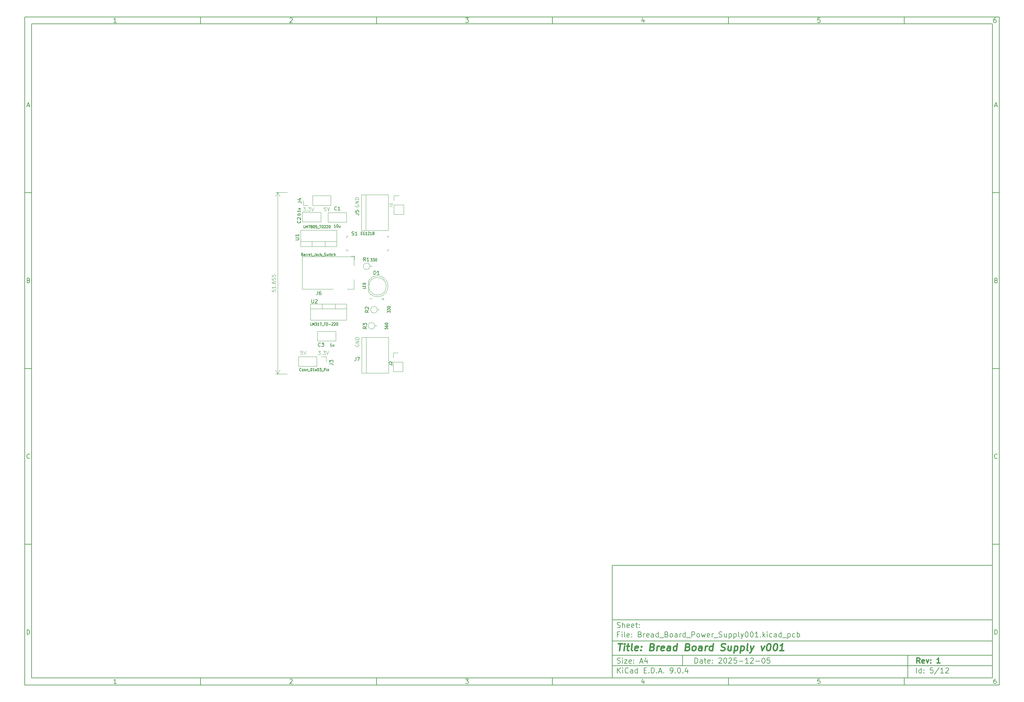
<source format=gbr>
%TF.GenerationSoftware,KiCad,Pcbnew,9.0.4*%
%TF.CreationDate,2025-12-05T21:51:25+03:30*%
%TF.ProjectId,Bread_Board_Power_Supply001,42726561-645f-4426-9f61-72645f506f77,1*%
%TF.SameCoordinates,Original*%
%TF.FileFunction,Legend,Top*%
%TF.FilePolarity,Positive*%
%FSLAX46Y46*%
G04 Gerber Fmt 4.6, Leading zero omitted, Abs format (unit mm)*
G04 Created by KiCad (PCBNEW 9.0.4) date 2025-12-05 21:51:25*
%MOMM*%
%LPD*%
G01*
G04 APERTURE LIST*
%ADD10C,0.100000*%
%ADD11C,0.150000*%
%ADD12C,0.300000*%
%ADD13C,0.400000*%
%ADD14C,0.175000*%
%ADD15C,0.125000*%
%ADD16C,0.120000*%
G04 APERTURE END LIST*
D10*
D11*
X177002200Y-166007200D02*
X285002200Y-166007200D01*
X285002200Y-198007200D01*
X177002200Y-198007200D01*
X177002200Y-166007200D01*
D10*
D11*
X10000000Y-10000000D02*
X287002200Y-10000000D01*
X287002200Y-200007200D01*
X10000000Y-200007200D01*
X10000000Y-10000000D01*
D10*
D11*
X12000000Y-12000000D02*
X285002200Y-12000000D01*
X285002200Y-198007200D01*
X12000000Y-198007200D01*
X12000000Y-12000000D01*
D10*
D11*
X60000000Y-12000000D02*
X60000000Y-10000000D01*
D10*
D11*
X110000000Y-12000000D02*
X110000000Y-10000000D01*
D10*
D11*
X160000000Y-12000000D02*
X160000000Y-10000000D01*
D10*
D11*
X210000000Y-12000000D02*
X210000000Y-10000000D01*
D10*
D11*
X260000000Y-12000000D02*
X260000000Y-10000000D01*
D10*
D11*
X36089160Y-11593604D02*
X35346303Y-11593604D01*
X35717731Y-11593604D02*
X35717731Y-10293604D01*
X35717731Y-10293604D02*
X35593922Y-10479319D01*
X35593922Y-10479319D02*
X35470112Y-10603128D01*
X35470112Y-10603128D02*
X35346303Y-10665033D01*
D10*
D11*
X85346303Y-10417414D02*
X85408207Y-10355509D01*
X85408207Y-10355509D02*
X85532017Y-10293604D01*
X85532017Y-10293604D02*
X85841541Y-10293604D01*
X85841541Y-10293604D02*
X85965350Y-10355509D01*
X85965350Y-10355509D02*
X86027255Y-10417414D01*
X86027255Y-10417414D02*
X86089160Y-10541223D01*
X86089160Y-10541223D02*
X86089160Y-10665033D01*
X86089160Y-10665033D02*
X86027255Y-10850747D01*
X86027255Y-10850747D02*
X85284398Y-11593604D01*
X85284398Y-11593604D02*
X86089160Y-11593604D01*
D10*
D11*
X135284398Y-10293604D02*
X136089160Y-10293604D01*
X136089160Y-10293604D02*
X135655826Y-10788842D01*
X135655826Y-10788842D02*
X135841541Y-10788842D01*
X135841541Y-10788842D02*
X135965350Y-10850747D01*
X135965350Y-10850747D02*
X136027255Y-10912652D01*
X136027255Y-10912652D02*
X136089160Y-11036461D01*
X136089160Y-11036461D02*
X136089160Y-11345985D01*
X136089160Y-11345985D02*
X136027255Y-11469795D01*
X136027255Y-11469795D02*
X135965350Y-11531700D01*
X135965350Y-11531700D02*
X135841541Y-11593604D01*
X135841541Y-11593604D02*
X135470112Y-11593604D01*
X135470112Y-11593604D02*
X135346303Y-11531700D01*
X135346303Y-11531700D02*
X135284398Y-11469795D01*
D10*
D11*
X185965350Y-10726938D02*
X185965350Y-11593604D01*
X185655826Y-10231700D02*
X185346303Y-11160271D01*
X185346303Y-11160271D02*
X186151064Y-11160271D01*
D10*
D11*
X236027255Y-10293604D02*
X235408207Y-10293604D01*
X235408207Y-10293604D02*
X235346303Y-10912652D01*
X235346303Y-10912652D02*
X235408207Y-10850747D01*
X235408207Y-10850747D02*
X235532017Y-10788842D01*
X235532017Y-10788842D02*
X235841541Y-10788842D01*
X235841541Y-10788842D02*
X235965350Y-10850747D01*
X235965350Y-10850747D02*
X236027255Y-10912652D01*
X236027255Y-10912652D02*
X236089160Y-11036461D01*
X236089160Y-11036461D02*
X236089160Y-11345985D01*
X236089160Y-11345985D02*
X236027255Y-11469795D01*
X236027255Y-11469795D02*
X235965350Y-11531700D01*
X235965350Y-11531700D02*
X235841541Y-11593604D01*
X235841541Y-11593604D02*
X235532017Y-11593604D01*
X235532017Y-11593604D02*
X235408207Y-11531700D01*
X235408207Y-11531700D02*
X235346303Y-11469795D01*
D10*
D11*
X285965350Y-10293604D02*
X285717731Y-10293604D01*
X285717731Y-10293604D02*
X285593922Y-10355509D01*
X285593922Y-10355509D02*
X285532017Y-10417414D01*
X285532017Y-10417414D02*
X285408207Y-10603128D01*
X285408207Y-10603128D02*
X285346303Y-10850747D01*
X285346303Y-10850747D02*
X285346303Y-11345985D01*
X285346303Y-11345985D02*
X285408207Y-11469795D01*
X285408207Y-11469795D02*
X285470112Y-11531700D01*
X285470112Y-11531700D02*
X285593922Y-11593604D01*
X285593922Y-11593604D02*
X285841541Y-11593604D01*
X285841541Y-11593604D02*
X285965350Y-11531700D01*
X285965350Y-11531700D02*
X286027255Y-11469795D01*
X286027255Y-11469795D02*
X286089160Y-11345985D01*
X286089160Y-11345985D02*
X286089160Y-11036461D01*
X286089160Y-11036461D02*
X286027255Y-10912652D01*
X286027255Y-10912652D02*
X285965350Y-10850747D01*
X285965350Y-10850747D02*
X285841541Y-10788842D01*
X285841541Y-10788842D02*
X285593922Y-10788842D01*
X285593922Y-10788842D02*
X285470112Y-10850747D01*
X285470112Y-10850747D02*
X285408207Y-10912652D01*
X285408207Y-10912652D02*
X285346303Y-11036461D01*
D10*
D11*
X60000000Y-198007200D02*
X60000000Y-200007200D01*
D10*
D11*
X110000000Y-198007200D02*
X110000000Y-200007200D01*
D10*
D11*
X160000000Y-198007200D02*
X160000000Y-200007200D01*
D10*
D11*
X210000000Y-198007200D02*
X210000000Y-200007200D01*
D10*
D11*
X260000000Y-198007200D02*
X260000000Y-200007200D01*
D10*
D11*
X36089160Y-199600804D02*
X35346303Y-199600804D01*
X35717731Y-199600804D02*
X35717731Y-198300804D01*
X35717731Y-198300804D02*
X35593922Y-198486519D01*
X35593922Y-198486519D02*
X35470112Y-198610328D01*
X35470112Y-198610328D02*
X35346303Y-198672233D01*
D10*
D11*
X85346303Y-198424614D02*
X85408207Y-198362709D01*
X85408207Y-198362709D02*
X85532017Y-198300804D01*
X85532017Y-198300804D02*
X85841541Y-198300804D01*
X85841541Y-198300804D02*
X85965350Y-198362709D01*
X85965350Y-198362709D02*
X86027255Y-198424614D01*
X86027255Y-198424614D02*
X86089160Y-198548423D01*
X86089160Y-198548423D02*
X86089160Y-198672233D01*
X86089160Y-198672233D02*
X86027255Y-198857947D01*
X86027255Y-198857947D02*
X85284398Y-199600804D01*
X85284398Y-199600804D02*
X86089160Y-199600804D01*
D10*
D11*
X135284398Y-198300804D02*
X136089160Y-198300804D01*
X136089160Y-198300804D02*
X135655826Y-198796042D01*
X135655826Y-198796042D02*
X135841541Y-198796042D01*
X135841541Y-198796042D02*
X135965350Y-198857947D01*
X135965350Y-198857947D02*
X136027255Y-198919852D01*
X136027255Y-198919852D02*
X136089160Y-199043661D01*
X136089160Y-199043661D02*
X136089160Y-199353185D01*
X136089160Y-199353185D02*
X136027255Y-199476995D01*
X136027255Y-199476995D02*
X135965350Y-199538900D01*
X135965350Y-199538900D02*
X135841541Y-199600804D01*
X135841541Y-199600804D02*
X135470112Y-199600804D01*
X135470112Y-199600804D02*
X135346303Y-199538900D01*
X135346303Y-199538900D02*
X135284398Y-199476995D01*
D10*
D11*
X185965350Y-198734138D02*
X185965350Y-199600804D01*
X185655826Y-198238900D02*
X185346303Y-199167471D01*
X185346303Y-199167471D02*
X186151064Y-199167471D01*
D10*
D11*
X236027255Y-198300804D02*
X235408207Y-198300804D01*
X235408207Y-198300804D02*
X235346303Y-198919852D01*
X235346303Y-198919852D02*
X235408207Y-198857947D01*
X235408207Y-198857947D02*
X235532017Y-198796042D01*
X235532017Y-198796042D02*
X235841541Y-198796042D01*
X235841541Y-198796042D02*
X235965350Y-198857947D01*
X235965350Y-198857947D02*
X236027255Y-198919852D01*
X236027255Y-198919852D02*
X236089160Y-199043661D01*
X236089160Y-199043661D02*
X236089160Y-199353185D01*
X236089160Y-199353185D02*
X236027255Y-199476995D01*
X236027255Y-199476995D02*
X235965350Y-199538900D01*
X235965350Y-199538900D02*
X235841541Y-199600804D01*
X235841541Y-199600804D02*
X235532017Y-199600804D01*
X235532017Y-199600804D02*
X235408207Y-199538900D01*
X235408207Y-199538900D02*
X235346303Y-199476995D01*
D10*
D11*
X285965350Y-198300804D02*
X285717731Y-198300804D01*
X285717731Y-198300804D02*
X285593922Y-198362709D01*
X285593922Y-198362709D02*
X285532017Y-198424614D01*
X285532017Y-198424614D02*
X285408207Y-198610328D01*
X285408207Y-198610328D02*
X285346303Y-198857947D01*
X285346303Y-198857947D02*
X285346303Y-199353185D01*
X285346303Y-199353185D02*
X285408207Y-199476995D01*
X285408207Y-199476995D02*
X285470112Y-199538900D01*
X285470112Y-199538900D02*
X285593922Y-199600804D01*
X285593922Y-199600804D02*
X285841541Y-199600804D01*
X285841541Y-199600804D02*
X285965350Y-199538900D01*
X285965350Y-199538900D02*
X286027255Y-199476995D01*
X286027255Y-199476995D02*
X286089160Y-199353185D01*
X286089160Y-199353185D02*
X286089160Y-199043661D01*
X286089160Y-199043661D02*
X286027255Y-198919852D01*
X286027255Y-198919852D02*
X285965350Y-198857947D01*
X285965350Y-198857947D02*
X285841541Y-198796042D01*
X285841541Y-198796042D02*
X285593922Y-198796042D01*
X285593922Y-198796042D02*
X285470112Y-198857947D01*
X285470112Y-198857947D02*
X285408207Y-198919852D01*
X285408207Y-198919852D02*
X285346303Y-199043661D01*
D10*
D11*
X10000000Y-60000000D02*
X12000000Y-60000000D01*
D10*
D11*
X10000000Y-110000000D02*
X12000000Y-110000000D01*
D10*
D11*
X10000000Y-160000000D02*
X12000000Y-160000000D01*
D10*
D11*
X10690476Y-35222176D02*
X11309523Y-35222176D01*
X10566666Y-35593604D02*
X10999999Y-34293604D01*
X10999999Y-34293604D02*
X11433333Y-35593604D01*
D10*
D11*
X11092857Y-84912652D02*
X11278571Y-84974557D01*
X11278571Y-84974557D02*
X11340476Y-85036461D01*
X11340476Y-85036461D02*
X11402380Y-85160271D01*
X11402380Y-85160271D02*
X11402380Y-85345985D01*
X11402380Y-85345985D02*
X11340476Y-85469795D01*
X11340476Y-85469795D02*
X11278571Y-85531700D01*
X11278571Y-85531700D02*
X11154761Y-85593604D01*
X11154761Y-85593604D02*
X10659523Y-85593604D01*
X10659523Y-85593604D02*
X10659523Y-84293604D01*
X10659523Y-84293604D02*
X11092857Y-84293604D01*
X11092857Y-84293604D02*
X11216666Y-84355509D01*
X11216666Y-84355509D02*
X11278571Y-84417414D01*
X11278571Y-84417414D02*
X11340476Y-84541223D01*
X11340476Y-84541223D02*
X11340476Y-84665033D01*
X11340476Y-84665033D02*
X11278571Y-84788842D01*
X11278571Y-84788842D02*
X11216666Y-84850747D01*
X11216666Y-84850747D02*
X11092857Y-84912652D01*
X11092857Y-84912652D02*
X10659523Y-84912652D01*
D10*
D11*
X11402380Y-135469795D02*
X11340476Y-135531700D01*
X11340476Y-135531700D02*
X11154761Y-135593604D01*
X11154761Y-135593604D02*
X11030952Y-135593604D01*
X11030952Y-135593604D02*
X10845238Y-135531700D01*
X10845238Y-135531700D02*
X10721428Y-135407890D01*
X10721428Y-135407890D02*
X10659523Y-135284080D01*
X10659523Y-135284080D02*
X10597619Y-135036461D01*
X10597619Y-135036461D02*
X10597619Y-134850747D01*
X10597619Y-134850747D02*
X10659523Y-134603128D01*
X10659523Y-134603128D02*
X10721428Y-134479319D01*
X10721428Y-134479319D02*
X10845238Y-134355509D01*
X10845238Y-134355509D02*
X11030952Y-134293604D01*
X11030952Y-134293604D02*
X11154761Y-134293604D01*
X11154761Y-134293604D02*
X11340476Y-134355509D01*
X11340476Y-134355509D02*
X11402380Y-134417414D01*
D10*
D11*
X10659523Y-185593604D02*
X10659523Y-184293604D01*
X10659523Y-184293604D02*
X10969047Y-184293604D01*
X10969047Y-184293604D02*
X11154761Y-184355509D01*
X11154761Y-184355509D02*
X11278571Y-184479319D01*
X11278571Y-184479319D02*
X11340476Y-184603128D01*
X11340476Y-184603128D02*
X11402380Y-184850747D01*
X11402380Y-184850747D02*
X11402380Y-185036461D01*
X11402380Y-185036461D02*
X11340476Y-185284080D01*
X11340476Y-185284080D02*
X11278571Y-185407890D01*
X11278571Y-185407890D02*
X11154761Y-185531700D01*
X11154761Y-185531700D02*
X10969047Y-185593604D01*
X10969047Y-185593604D02*
X10659523Y-185593604D01*
D10*
D11*
X287002200Y-60000000D02*
X285002200Y-60000000D01*
D10*
D11*
X287002200Y-110000000D02*
X285002200Y-110000000D01*
D10*
D11*
X287002200Y-160000000D02*
X285002200Y-160000000D01*
D10*
D11*
X285692676Y-35222176D02*
X286311723Y-35222176D01*
X285568866Y-35593604D02*
X286002199Y-34293604D01*
X286002199Y-34293604D02*
X286435533Y-35593604D01*
D10*
D11*
X286095057Y-84912652D02*
X286280771Y-84974557D01*
X286280771Y-84974557D02*
X286342676Y-85036461D01*
X286342676Y-85036461D02*
X286404580Y-85160271D01*
X286404580Y-85160271D02*
X286404580Y-85345985D01*
X286404580Y-85345985D02*
X286342676Y-85469795D01*
X286342676Y-85469795D02*
X286280771Y-85531700D01*
X286280771Y-85531700D02*
X286156961Y-85593604D01*
X286156961Y-85593604D02*
X285661723Y-85593604D01*
X285661723Y-85593604D02*
X285661723Y-84293604D01*
X285661723Y-84293604D02*
X286095057Y-84293604D01*
X286095057Y-84293604D02*
X286218866Y-84355509D01*
X286218866Y-84355509D02*
X286280771Y-84417414D01*
X286280771Y-84417414D02*
X286342676Y-84541223D01*
X286342676Y-84541223D02*
X286342676Y-84665033D01*
X286342676Y-84665033D02*
X286280771Y-84788842D01*
X286280771Y-84788842D02*
X286218866Y-84850747D01*
X286218866Y-84850747D02*
X286095057Y-84912652D01*
X286095057Y-84912652D02*
X285661723Y-84912652D01*
D10*
D11*
X286404580Y-135469795D02*
X286342676Y-135531700D01*
X286342676Y-135531700D02*
X286156961Y-135593604D01*
X286156961Y-135593604D02*
X286033152Y-135593604D01*
X286033152Y-135593604D02*
X285847438Y-135531700D01*
X285847438Y-135531700D02*
X285723628Y-135407890D01*
X285723628Y-135407890D02*
X285661723Y-135284080D01*
X285661723Y-135284080D02*
X285599819Y-135036461D01*
X285599819Y-135036461D02*
X285599819Y-134850747D01*
X285599819Y-134850747D02*
X285661723Y-134603128D01*
X285661723Y-134603128D02*
X285723628Y-134479319D01*
X285723628Y-134479319D02*
X285847438Y-134355509D01*
X285847438Y-134355509D02*
X286033152Y-134293604D01*
X286033152Y-134293604D02*
X286156961Y-134293604D01*
X286156961Y-134293604D02*
X286342676Y-134355509D01*
X286342676Y-134355509D02*
X286404580Y-134417414D01*
D10*
D11*
X285661723Y-185593604D02*
X285661723Y-184293604D01*
X285661723Y-184293604D02*
X285971247Y-184293604D01*
X285971247Y-184293604D02*
X286156961Y-184355509D01*
X286156961Y-184355509D02*
X286280771Y-184479319D01*
X286280771Y-184479319D02*
X286342676Y-184603128D01*
X286342676Y-184603128D02*
X286404580Y-184850747D01*
X286404580Y-184850747D02*
X286404580Y-185036461D01*
X286404580Y-185036461D02*
X286342676Y-185284080D01*
X286342676Y-185284080D02*
X286280771Y-185407890D01*
X286280771Y-185407890D02*
X286156961Y-185531700D01*
X286156961Y-185531700D02*
X285971247Y-185593604D01*
X285971247Y-185593604D02*
X285661723Y-185593604D01*
D10*
D11*
X200458026Y-193793328D02*
X200458026Y-192293328D01*
X200458026Y-192293328D02*
X200815169Y-192293328D01*
X200815169Y-192293328D02*
X201029455Y-192364757D01*
X201029455Y-192364757D02*
X201172312Y-192507614D01*
X201172312Y-192507614D02*
X201243741Y-192650471D01*
X201243741Y-192650471D02*
X201315169Y-192936185D01*
X201315169Y-192936185D02*
X201315169Y-193150471D01*
X201315169Y-193150471D02*
X201243741Y-193436185D01*
X201243741Y-193436185D02*
X201172312Y-193579042D01*
X201172312Y-193579042D02*
X201029455Y-193721900D01*
X201029455Y-193721900D02*
X200815169Y-193793328D01*
X200815169Y-193793328D02*
X200458026Y-193793328D01*
X202600884Y-193793328D02*
X202600884Y-193007614D01*
X202600884Y-193007614D02*
X202529455Y-192864757D01*
X202529455Y-192864757D02*
X202386598Y-192793328D01*
X202386598Y-192793328D02*
X202100884Y-192793328D01*
X202100884Y-192793328D02*
X201958026Y-192864757D01*
X202600884Y-193721900D02*
X202458026Y-193793328D01*
X202458026Y-193793328D02*
X202100884Y-193793328D01*
X202100884Y-193793328D02*
X201958026Y-193721900D01*
X201958026Y-193721900D02*
X201886598Y-193579042D01*
X201886598Y-193579042D02*
X201886598Y-193436185D01*
X201886598Y-193436185D02*
X201958026Y-193293328D01*
X201958026Y-193293328D02*
X202100884Y-193221900D01*
X202100884Y-193221900D02*
X202458026Y-193221900D01*
X202458026Y-193221900D02*
X202600884Y-193150471D01*
X203100884Y-192793328D02*
X203672312Y-192793328D01*
X203315169Y-192293328D02*
X203315169Y-193579042D01*
X203315169Y-193579042D02*
X203386598Y-193721900D01*
X203386598Y-193721900D02*
X203529455Y-193793328D01*
X203529455Y-193793328D02*
X203672312Y-193793328D01*
X204743741Y-193721900D02*
X204600884Y-193793328D01*
X204600884Y-193793328D02*
X204315170Y-193793328D01*
X204315170Y-193793328D02*
X204172312Y-193721900D01*
X204172312Y-193721900D02*
X204100884Y-193579042D01*
X204100884Y-193579042D02*
X204100884Y-193007614D01*
X204100884Y-193007614D02*
X204172312Y-192864757D01*
X204172312Y-192864757D02*
X204315170Y-192793328D01*
X204315170Y-192793328D02*
X204600884Y-192793328D01*
X204600884Y-192793328D02*
X204743741Y-192864757D01*
X204743741Y-192864757D02*
X204815170Y-193007614D01*
X204815170Y-193007614D02*
X204815170Y-193150471D01*
X204815170Y-193150471D02*
X204100884Y-193293328D01*
X205458026Y-193650471D02*
X205529455Y-193721900D01*
X205529455Y-193721900D02*
X205458026Y-193793328D01*
X205458026Y-193793328D02*
X205386598Y-193721900D01*
X205386598Y-193721900D02*
X205458026Y-193650471D01*
X205458026Y-193650471D02*
X205458026Y-193793328D01*
X205458026Y-192864757D02*
X205529455Y-192936185D01*
X205529455Y-192936185D02*
X205458026Y-193007614D01*
X205458026Y-193007614D02*
X205386598Y-192936185D01*
X205386598Y-192936185D02*
X205458026Y-192864757D01*
X205458026Y-192864757D02*
X205458026Y-193007614D01*
X207243741Y-192436185D02*
X207315169Y-192364757D01*
X207315169Y-192364757D02*
X207458027Y-192293328D01*
X207458027Y-192293328D02*
X207815169Y-192293328D01*
X207815169Y-192293328D02*
X207958027Y-192364757D01*
X207958027Y-192364757D02*
X208029455Y-192436185D01*
X208029455Y-192436185D02*
X208100884Y-192579042D01*
X208100884Y-192579042D02*
X208100884Y-192721900D01*
X208100884Y-192721900D02*
X208029455Y-192936185D01*
X208029455Y-192936185D02*
X207172312Y-193793328D01*
X207172312Y-193793328D02*
X208100884Y-193793328D01*
X209029455Y-192293328D02*
X209172312Y-192293328D01*
X209172312Y-192293328D02*
X209315169Y-192364757D01*
X209315169Y-192364757D02*
X209386598Y-192436185D01*
X209386598Y-192436185D02*
X209458026Y-192579042D01*
X209458026Y-192579042D02*
X209529455Y-192864757D01*
X209529455Y-192864757D02*
X209529455Y-193221900D01*
X209529455Y-193221900D02*
X209458026Y-193507614D01*
X209458026Y-193507614D02*
X209386598Y-193650471D01*
X209386598Y-193650471D02*
X209315169Y-193721900D01*
X209315169Y-193721900D02*
X209172312Y-193793328D01*
X209172312Y-193793328D02*
X209029455Y-193793328D01*
X209029455Y-193793328D02*
X208886598Y-193721900D01*
X208886598Y-193721900D02*
X208815169Y-193650471D01*
X208815169Y-193650471D02*
X208743740Y-193507614D01*
X208743740Y-193507614D02*
X208672312Y-193221900D01*
X208672312Y-193221900D02*
X208672312Y-192864757D01*
X208672312Y-192864757D02*
X208743740Y-192579042D01*
X208743740Y-192579042D02*
X208815169Y-192436185D01*
X208815169Y-192436185D02*
X208886598Y-192364757D01*
X208886598Y-192364757D02*
X209029455Y-192293328D01*
X210100883Y-192436185D02*
X210172311Y-192364757D01*
X210172311Y-192364757D02*
X210315169Y-192293328D01*
X210315169Y-192293328D02*
X210672311Y-192293328D01*
X210672311Y-192293328D02*
X210815169Y-192364757D01*
X210815169Y-192364757D02*
X210886597Y-192436185D01*
X210886597Y-192436185D02*
X210958026Y-192579042D01*
X210958026Y-192579042D02*
X210958026Y-192721900D01*
X210958026Y-192721900D02*
X210886597Y-192936185D01*
X210886597Y-192936185D02*
X210029454Y-193793328D01*
X210029454Y-193793328D02*
X210958026Y-193793328D01*
X212315168Y-192293328D02*
X211600882Y-192293328D01*
X211600882Y-192293328D02*
X211529454Y-193007614D01*
X211529454Y-193007614D02*
X211600882Y-192936185D01*
X211600882Y-192936185D02*
X211743740Y-192864757D01*
X211743740Y-192864757D02*
X212100882Y-192864757D01*
X212100882Y-192864757D02*
X212243740Y-192936185D01*
X212243740Y-192936185D02*
X212315168Y-193007614D01*
X212315168Y-193007614D02*
X212386597Y-193150471D01*
X212386597Y-193150471D02*
X212386597Y-193507614D01*
X212386597Y-193507614D02*
X212315168Y-193650471D01*
X212315168Y-193650471D02*
X212243740Y-193721900D01*
X212243740Y-193721900D02*
X212100882Y-193793328D01*
X212100882Y-193793328D02*
X211743740Y-193793328D01*
X211743740Y-193793328D02*
X211600882Y-193721900D01*
X211600882Y-193721900D02*
X211529454Y-193650471D01*
X213029453Y-193221900D02*
X214172311Y-193221900D01*
X215672311Y-193793328D02*
X214815168Y-193793328D01*
X215243739Y-193793328D02*
X215243739Y-192293328D01*
X215243739Y-192293328D02*
X215100882Y-192507614D01*
X215100882Y-192507614D02*
X214958025Y-192650471D01*
X214958025Y-192650471D02*
X214815168Y-192721900D01*
X216243739Y-192436185D02*
X216315167Y-192364757D01*
X216315167Y-192364757D02*
X216458025Y-192293328D01*
X216458025Y-192293328D02*
X216815167Y-192293328D01*
X216815167Y-192293328D02*
X216958025Y-192364757D01*
X216958025Y-192364757D02*
X217029453Y-192436185D01*
X217029453Y-192436185D02*
X217100882Y-192579042D01*
X217100882Y-192579042D02*
X217100882Y-192721900D01*
X217100882Y-192721900D02*
X217029453Y-192936185D01*
X217029453Y-192936185D02*
X216172310Y-193793328D01*
X216172310Y-193793328D02*
X217100882Y-193793328D01*
X217743738Y-193221900D02*
X218886596Y-193221900D01*
X219886596Y-192293328D02*
X220029453Y-192293328D01*
X220029453Y-192293328D02*
X220172310Y-192364757D01*
X220172310Y-192364757D02*
X220243739Y-192436185D01*
X220243739Y-192436185D02*
X220315167Y-192579042D01*
X220315167Y-192579042D02*
X220386596Y-192864757D01*
X220386596Y-192864757D02*
X220386596Y-193221900D01*
X220386596Y-193221900D02*
X220315167Y-193507614D01*
X220315167Y-193507614D02*
X220243739Y-193650471D01*
X220243739Y-193650471D02*
X220172310Y-193721900D01*
X220172310Y-193721900D02*
X220029453Y-193793328D01*
X220029453Y-193793328D02*
X219886596Y-193793328D01*
X219886596Y-193793328D02*
X219743739Y-193721900D01*
X219743739Y-193721900D02*
X219672310Y-193650471D01*
X219672310Y-193650471D02*
X219600881Y-193507614D01*
X219600881Y-193507614D02*
X219529453Y-193221900D01*
X219529453Y-193221900D02*
X219529453Y-192864757D01*
X219529453Y-192864757D02*
X219600881Y-192579042D01*
X219600881Y-192579042D02*
X219672310Y-192436185D01*
X219672310Y-192436185D02*
X219743739Y-192364757D01*
X219743739Y-192364757D02*
X219886596Y-192293328D01*
X221743738Y-192293328D02*
X221029452Y-192293328D01*
X221029452Y-192293328D02*
X220958024Y-193007614D01*
X220958024Y-193007614D02*
X221029452Y-192936185D01*
X221029452Y-192936185D02*
X221172310Y-192864757D01*
X221172310Y-192864757D02*
X221529452Y-192864757D01*
X221529452Y-192864757D02*
X221672310Y-192936185D01*
X221672310Y-192936185D02*
X221743738Y-193007614D01*
X221743738Y-193007614D02*
X221815167Y-193150471D01*
X221815167Y-193150471D02*
X221815167Y-193507614D01*
X221815167Y-193507614D02*
X221743738Y-193650471D01*
X221743738Y-193650471D02*
X221672310Y-193721900D01*
X221672310Y-193721900D02*
X221529452Y-193793328D01*
X221529452Y-193793328D02*
X221172310Y-193793328D01*
X221172310Y-193793328D02*
X221029452Y-193721900D01*
X221029452Y-193721900D02*
X220958024Y-193650471D01*
D10*
D11*
X177002200Y-194507200D02*
X285002200Y-194507200D01*
D10*
D11*
X178458026Y-196593328D02*
X178458026Y-195093328D01*
X179315169Y-196593328D02*
X178672312Y-195736185D01*
X179315169Y-195093328D02*
X178458026Y-195950471D01*
X179958026Y-196593328D02*
X179958026Y-195593328D01*
X179958026Y-195093328D02*
X179886598Y-195164757D01*
X179886598Y-195164757D02*
X179958026Y-195236185D01*
X179958026Y-195236185D02*
X180029455Y-195164757D01*
X180029455Y-195164757D02*
X179958026Y-195093328D01*
X179958026Y-195093328D02*
X179958026Y-195236185D01*
X181529455Y-196450471D02*
X181458027Y-196521900D01*
X181458027Y-196521900D02*
X181243741Y-196593328D01*
X181243741Y-196593328D02*
X181100884Y-196593328D01*
X181100884Y-196593328D02*
X180886598Y-196521900D01*
X180886598Y-196521900D02*
X180743741Y-196379042D01*
X180743741Y-196379042D02*
X180672312Y-196236185D01*
X180672312Y-196236185D02*
X180600884Y-195950471D01*
X180600884Y-195950471D02*
X180600884Y-195736185D01*
X180600884Y-195736185D02*
X180672312Y-195450471D01*
X180672312Y-195450471D02*
X180743741Y-195307614D01*
X180743741Y-195307614D02*
X180886598Y-195164757D01*
X180886598Y-195164757D02*
X181100884Y-195093328D01*
X181100884Y-195093328D02*
X181243741Y-195093328D01*
X181243741Y-195093328D02*
X181458027Y-195164757D01*
X181458027Y-195164757D02*
X181529455Y-195236185D01*
X182815170Y-196593328D02*
X182815170Y-195807614D01*
X182815170Y-195807614D02*
X182743741Y-195664757D01*
X182743741Y-195664757D02*
X182600884Y-195593328D01*
X182600884Y-195593328D02*
X182315170Y-195593328D01*
X182315170Y-195593328D02*
X182172312Y-195664757D01*
X182815170Y-196521900D02*
X182672312Y-196593328D01*
X182672312Y-196593328D02*
X182315170Y-196593328D01*
X182315170Y-196593328D02*
X182172312Y-196521900D01*
X182172312Y-196521900D02*
X182100884Y-196379042D01*
X182100884Y-196379042D02*
X182100884Y-196236185D01*
X182100884Y-196236185D02*
X182172312Y-196093328D01*
X182172312Y-196093328D02*
X182315170Y-196021900D01*
X182315170Y-196021900D02*
X182672312Y-196021900D01*
X182672312Y-196021900D02*
X182815170Y-195950471D01*
X184172313Y-196593328D02*
X184172313Y-195093328D01*
X184172313Y-196521900D02*
X184029455Y-196593328D01*
X184029455Y-196593328D02*
X183743741Y-196593328D01*
X183743741Y-196593328D02*
X183600884Y-196521900D01*
X183600884Y-196521900D02*
X183529455Y-196450471D01*
X183529455Y-196450471D02*
X183458027Y-196307614D01*
X183458027Y-196307614D02*
X183458027Y-195879042D01*
X183458027Y-195879042D02*
X183529455Y-195736185D01*
X183529455Y-195736185D02*
X183600884Y-195664757D01*
X183600884Y-195664757D02*
X183743741Y-195593328D01*
X183743741Y-195593328D02*
X184029455Y-195593328D01*
X184029455Y-195593328D02*
X184172313Y-195664757D01*
X186029455Y-195807614D02*
X186529455Y-195807614D01*
X186743741Y-196593328D02*
X186029455Y-196593328D01*
X186029455Y-196593328D02*
X186029455Y-195093328D01*
X186029455Y-195093328D02*
X186743741Y-195093328D01*
X187386598Y-196450471D02*
X187458027Y-196521900D01*
X187458027Y-196521900D02*
X187386598Y-196593328D01*
X187386598Y-196593328D02*
X187315170Y-196521900D01*
X187315170Y-196521900D02*
X187386598Y-196450471D01*
X187386598Y-196450471D02*
X187386598Y-196593328D01*
X188100884Y-196593328D02*
X188100884Y-195093328D01*
X188100884Y-195093328D02*
X188458027Y-195093328D01*
X188458027Y-195093328D02*
X188672313Y-195164757D01*
X188672313Y-195164757D02*
X188815170Y-195307614D01*
X188815170Y-195307614D02*
X188886599Y-195450471D01*
X188886599Y-195450471D02*
X188958027Y-195736185D01*
X188958027Y-195736185D02*
X188958027Y-195950471D01*
X188958027Y-195950471D02*
X188886599Y-196236185D01*
X188886599Y-196236185D02*
X188815170Y-196379042D01*
X188815170Y-196379042D02*
X188672313Y-196521900D01*
X188672313Y-196521900D02*
X188458027Y-196593328D01*
X188458027Y-196593328D02*
X188100884Y-196593328D01*
X189600884Y-196450471D02*
X189672313Y-196521900D01*
X189672313Y-196521900D02*
X189600884Y-196593328D01*
X189600884Y-196593328D02*
X189529456Y-196521900D01*
X189529456Y-196521900D02*
X189600884Y-196450471D01*
X189600884Y-196450471D02*
X189600884Y-196593328D01*
X190243742Y-196164757D02*
X190958028Y-196164757D01*
X190100885Y-196593328D02*
X190600885Y-195093328D01*
X190600885Y-195093328D02*
X191100885Y-196593328D01*
X191600884Y-196450471D02*
X191672313Y-196521900D01*
X191672313Y-196521900D02*
X191600884Y-196593328D01*
X191600884Y-196593328D02*
X191529456Y-196521900D01*
X191529456Y-196521900D02*
X191600884Y-196450471D01*
X191600884Y-196450471D02*
X191600884Y-196593328D01*
X193529456Y-196593328D02*
X193815170Y-196593328D01*
X193815170Y-196593328D02*
X193958027Y-196521900D01*
X193958027Y-196521900D02*
X194029456Y-196450471D01*
X194029456Y-196450471D02*
X194172313Y-196236185D01*
X194172313Y-196236185D02*
X194243742Y-195950471D01*
X194243742Y-195950471D02*
X194243742Y-195379042D01*
X194243742Y-195379042D02*
X194172313Y-195236185D01*
X194172313Y-195236185D02*
X194100885Y-195164757D01*
X194100885Y-195164757D02*
X193958027Y-195093328D01*
X193958027Y-195093328D02*
X193672313Y-195093328D01*
X193672313Y-195093328D02*
X193529456Y-195164757D01*
X193529456Y-195164757D02*
X193458027Y-195236185D01*
X193458027Y-195236185D02*
X193386599Y-195379042D01*
X193386599Y-195379042D02*
X193386599Y-195736185D01*
X193386599Y-195736185D02*
X193458027Y-195879042D01*
X193458027Y-195879042D02*
X193529456Y-195950471D01*
X193529456Y-195950471D02*
X193672313Y-196021900D01*
X193672313Y-196021900D02*
X193958027Y-196021900D01*
X193958027Y-196021900D02*
X194100885Y-195950471D01*
X194100885Y-195950471D02*
X194172313Y-195879042D01*
X194172313Y-195879042D02*
X194243742Y-195736185D01*
X194886598Y-196450471D02*
X194958027Y-196521900D01*
X194958027Y-196521900D02*
X194886598Y-196593328D01*
X194886598Y-196593328D02*
X194815170Y-196521900D01*
X194815170Y-196521900D02*
X194886598Y-196450471D01*
X194886598Y-196450471D02*
X194886598Y-196593328D01*
X195886599Y-195093328D02*
X196029456Y-195093328D01*
X196029456Y-195093328D02*
X196172313Y-195164757D01*
X196172313Y-195164757D02*
X196243742Y-195236185D01*
X196243742Y-195236185D02*
X196315170Y-195379042D01*
X196315170Y-195379042D02*
X196386599Y-195664757D01*
X196386599Y-195664757D02*
X196386599Y-196021900D01*
X196386599Y-196021900D02*
X196315170Y-196307614D01*
X196315170Y-196307614D02*
X196243742Y-196450471D01*
X196243742Y-196450471D02*
X196172313Y-196521900D01*
X196172313Y-196521900D02*
X196029456Y-196593328D01*
X196029456Y-196593328D02*
X195886599Y-196593328D01*
X195886599Y-196593328D02*
X195743742Y-196521900D01*
X195743742Y-196521900D02*
X195672313Y-196450471D01*
X195672313Y-196450471D02*
X195600884Y-196307614D01*
X195600884Y-196307614D02*
X195529456Y-196021900D01*
X195529456Y-196021900D02*
X195529456Y-195664757D01*
X195529456Y-195664757D02*
X195600884Y-195379042D01*
X195600884Y-195379042D02*
X195672313Y-195236185D01*
X195672313Y-195236185D02*
X195743742Y-195164757D01*
X195743742Y-195164757D02*
X195886599Y-195093328D01*
X197029455Y-196450471D02*
X197100884Y-196521900D01*
X197100884Y-196521900D02*
X197029455Y-196593328D01*
X197029455Y-196593328D02*
X196958027Y-196521900D01*
X196958027Y-196521900D02*
X197029455Y-196450471D01*
X197029455Y-196450471D02*
X197029455Y-196593328D01*
X198386599Y-195593328D02*
X198386599Y-196593328D01*
X198029456Y-195021900D02*
X197672313Y-196093328D01*
X197672313Y-196093328D02*
X198600884Y-196093328D01*
D10*
D11*
X177002200Y-191507200D02*
X285002200Y-191507200D01*
D10*
D12*
X264413853Y-193785528D02*
X263913853Y-193071242D01*
X263556710Y-193785528D02*
X263556710Y-192285528D01*
X263556710Y-192285528D02*
X264128139Y-192285528D01*
X264128139Y-192285528D02*
X264270996Y-192356957D01*
X264270996Y-192356957D02*
X264342425Y-192428385D01*
X264342425Y-192428385D02*
X264413853Y-192571242D01*
X264413853Y-192571242D02*
X264413853Y-192785528D01*
X264413853Y-192785528D02*
X264342425Y-192928385D01*
X264342425Y-192928385D02*
X264270996Y-192999814D01*
X264270996Y-192999814D02*
X264128139Y-193071242D01*
X264128139Y-193071242D02*
X263556710Y-193071242D01*
X265628139Y-193714100D02*
X265485282Y-193785528D01*
X265485282Y-193785528D02*
X265199568Y-193785528D01*
X265199568Y-193785528D02*
X265056710Y-193714100D01*
X265056710Y-193714100D02*
X264985282Y-193571242D01*
X264985282Y-193571242D02*
X264985282Y-192999814D01*
X264985282Y-192999814D02*
X265056710Y-192856957D01*
X265056710Y-192856957D02*
X265199568Y-192785528D01*
X265199568Y-192785528D02*
X265485282Y-192785528D01*
X265485282Y-192785528D02*
X265628139Y-192856957D01*
X265628139Y-192856957D02*
X265699568Y-192999814D01*
X265699568Y-192999814D02*
X265699568Y-193142671D01*
X265699568Y-193142671D02*
X264985282Y-193285528D01*
X266199567Y-192785528D02*
X266556710Y-193785528D01*
X266556710Y-193785528D02*
X266913853Y-192785528D01*
X267485281Y-193642671D02*
X267556710Y-193714100D01*
X267556710Y-193714100D02*
X267485281Y-193785528D01*
X267485281Y-193785528D02*
X267413853Y-193714100D01*
X267413853Y-193714100D02*
X267485281Y-193642671D01*
X267485281Y-193642671D02*
X267485281Y-193785528D01*
X267485281Y-192856957D02*
X267556710Y-192928385D01*
X267556710Y-192928385D02*
X267485281Y-192999814D01*
X267485281Y-192999814D02*
X267413853Y-192928385D01*
X267413853Y-192928385D02*
X267485281Y-192856957D01*
X267485281Y-192856957D02*
X267485281Y-192999814D01*
X270128139Y-193785528D02*
X269270996Y-193785528D01*
X269699567Y-193785528D02*
X269699567Y-192285528D01*
X269699567Y-192285528D02*
X269556710Y-192499814D01*
X269556710Y-192499814D02*
X269413853Y-192642671D01*
X269413853Y-192642671D02*
X269270996Y-192714100D01*
D10*
D11*
X178386598Y-193721900D02*
X178600884Y-193793328D01*
X178600884Y-193793328D02*
X178958026Y-193793328D01*
X178958026Y-193793328D02*
X179100884Y-193721900D01*
X179100884Y-193721900D02*
X179172312Y-193650471D01*
X179172312Y-193650471D02*
X179243741Y-193507614D01*
X179243741Y-193507614D02*
X179243741Y-193364757D01*
X179243741Y-193364757D02*
X179172312Y-193221900D01*
X179172312Y-193221900D02*
X179100884Y-193150471D01*
X179100884Y-193150471D02*
X178958026Y-193079042D01*
X178958026Y-193079042D02*
X178672312Y-193007614D01*
X178672312Y-193007614D02*
X178529455Y-192936185D01*
X178529455Y-192936185D02*
X178458026Y-192864757D01*
X178458026Y-192864757D02*
X178386598Y-192721900D01*
X178386598Y-192721900D02*
X178386598Y-192579042D01*
X178386598Y-192579042D02*
X178458026Y-192436185D01*
X178458026Y-192436185D02*
X178529455Y-192364757D01*
X178529455Y-192364757D02*
X178672312Y-192293328D01*
X178672312Y-192293328D02*
X179029455Y-192293328D01*
X179029455Y-192293328D02*
X179243741Y-192364757D01*
X179886597Y-193793328D02*
X179886597Y-192793328D01*
X179886597Y-192293328D02*
X179815169Y-192364757D01*
X179815169Y-192364757D02*
X179886597Y-192436185D01*
X179886597Y-192436185D02*
X179958026Y-192364757D01*
X179958026Y-192364757D02*
X179886597Y-192293328D01*
X179886597Y-192293328D02*
X179886597Y-192436185D01*
X180458026Y-192793328D02*
X181243741Y-192793328D01*
X181243741Y-192793328D02*
X180458026Y-193793328D01*
X180458026Y-193793328D02*
X181243741Y-193793328D01*
X182386598Y-193721900D02*
X182243741Y-193793328D01*
X182243741Y-193793328D02*
X181958027Y-193793328D01*
X181958027Y-193793328D02*
X181815169Y-193721900D01*
X181815169Y-193721900D02*
X181743741Y-193579042D01*
X181743741Y-193579042D02*
X181743741Y-193007614D01*
X181743741Y-193007614D02*
X181815169Y-192864757D01*
X181815169Y-192864757D02*
X181958027Y-192793328D01*
X181958027Y-192793328D02*
X182243741Y-192793328D01*
X182243741Y-192793328D02*
X182386598Y-192864757D01*
X182386598Y-192864757D02*
X182458027Y-193007614D01*
X182458027Y-193007614D02*
X182458027Y-193150471D01*
X182458027Y-193150471D02*
X181743741Y-193293328D01*
X183100883Y-193650471D02*
X183172312Y-193721900D01*
X183172312Y-193721900D02*
X183100883Y-193793328D01*
X183100883Y-193793328D02*
X183029455Y-193721900D01*
X183029455Y-193721900D02*
X183100883Y-193650471D01*
X183100883Y-193650471D02*
X183100883Y-193793328D01*
X183100883Y-192864757D02*
X183172312Y-192936185D01*
X183172312Y-192936185D02*
X183100883Y-193007614D01*
X183100883Y-193007614D02*
X183029455Y-192936185D01*
X183029455Y-192936185D02*
X183100883Y-192864757D01*
X183100883Y-192864757D02*
X183100883Y-193007614D01*
X184886598Y-193364757D02*
X185600884Y-193364757D01*
X184743741Y-193793328D02*
X185243741Y-192293328D01*
X185243741Y-192293328D02*
X185743741Y-193793328D01*
X186886598Y-192793328D02*
X186886598Y-193793328D01*
X186529455Y-192221900D02*
X186172312Y-193293328D01*
X186172312Y-193293328D02*
X187100883Y-193293328D01*
D10*
D11*
X263458026Y-196593328D02*
X263458026Y-195093328D01*
X264815170Y-196593328D02*
X264815170Y-195093328D01*
X264815170Y-196521900D02*
X264672312Y-196593328D01*
X264672312Y-196593328D02*
X264386598Y-196593328D01*
X264386598Y-196593328D02*
X264243741Y-196521900D01*
X264243741Y-196521900D02*
X264172312Y-196450471D01*
X264172312Y-196450471D02*
X264100884Y-196307614D01*
X264100884Y-196307614D02*
X264100884Y-195879042D01*
X264100884Y-195879042D02*
X264172312Y-195736185D01*
X264172312Y-195736185D02*
X264243741Y-195664757D01*
X264243741Y-195664757D02*
X264386598Y-195593328D01*
X264386598Y-195593328D02*
X264672312Y-195593328D01*
X264672312Y-195593328D02*
X264815170Y-195664757D01*
X265529455Y-196450471D02*
X265600884Y-196521900D01*
X265600884Y-196521900D02*
X265529455Y-196593328D01*
X265529455Y-196593328D02*
X265458027Y-196521900D01*
X265458027Y-196521900D02*
X265529455Y-196450471D01*
X265529455Y-196450471D02*
X265529455Y-196593328D01*
X265529455Y-195664757D02*
X265600884Y-195736185D01*
X265600884Y-195736185D02*
X265529455Y-195807614D01*
X265529455Y-195807614D02*
X265458027Y-195736185D01*
X265458027Y-195736185D02*
X265529455Y-195664757D01*
X265529455Y-195664757D02*
X265529455Y-195807614D01*
X268100884Y-195093328D02*
X267386598Y-195093328D01*
X267386598Y-195093328D02*
X267315170Y-195807614D01*
X267315170Y-195807614D02*
X267386598Y-195736185D01*
X267386598Y-195736185D02*
X267529456Y-195664757D01*
X267529456Y-195664757D02*
X267886598Y-195664757D01*
X267886598Y-195664757D02*
X268029456Y-195736185D01*
X268029456Y-195736185D02*
X268100884Y-195807614D01*
X268100884Y-195807614D02*
X268172313Y-195950471D01*
X268172313Y-195950471D02*
X268172313Y-196307614D01*
X268172313Y-196307614D02*
X268100884Y-196450471D01*
X268100884Y-196450471D02*
X268029456Y-196521900D01*
X268029456Y-196521900D02*
X267886598Y-196593328D01*
X267886598Y-196593328D02*
X267529456Y-196593328D01*
X267529456Y-196593328D02*
X267386598Y-196521900D01*
X267386598Y-196521900D02*
X267315170Y-196450471D01*
X269886598Y-195021900D02*
X268600884Y-196950471D01*
X271172313Y-196593328D02*
X270315170Y-196593328D01*
X270743741Y-196593328D02*
X270743741Y-195093328D01*
X270743741Y-195093328D02*
X270600884Y-195307614D01*
X270600884Y-195307614D02*
X270458027Y-195450471D01*
X270458027Y-195450471D02*
X270315170Y-195521900D01*
X271743741Y-195236185D02*
X271815169Y-195164757D01*
X271815169Y-195164757D02*
X271958027Y-195093328D01*
X271958027Y-195093328D02*
X272315169Y-195093328D01*
X272315169Y-195093328D02*
X272458027Y-195164757D01*
X272458027Y-195164757D02*
X272529455Y-195236185D01*
X272529455Y-195236185D02*
X272600884Y-195379042D01*
X272600884Y-195379042D02*
X272600884Y-195521900D01*
X272600884Y-195521900D02*
X272529455Y-195736185D01*
X272529455Y-195736185D02*
X271672312Y-196593328D01*
X271672312Y-196593328D02*
X272600884Y-196593328D01*
D10*
D11*
X177002200Y-187507200D02*
X285002200Y-187507200D01*
D10*
D13*
X178693928Y-188211638D02*
X179836785Y-188211638D01*
X179015357Y-190211638D02*
X179265357Y-188211638D01*
X180253452Y-190211638D02*
X180420119Y-188878304D01*
X180503452Y-188211638D02*
X180396309Y-188306876D01*
X180396309Y-188306876D02*
X180479643Y-188402114D01*
X180479643Y-188402114D02*
X180586786Y-188306876D01*
X180586786Y-188306876D02*
X180503452Y-188211638D01*
X180503452Y-188211638D02*
X180479643Y-188402114D01*
X181086786Y-188878304D02*
X181848690Y-188878304D01*
X181455833Y-188211638D02*
X181241548Y-189925923D01*
X181241548Y-189925923D02*
X181312976Y-190116400D01*
X181312976Y-190116400D02*
X181491548Y-190211638D01*
X181491548Y-190211638D02*
X181682024Y-190211638D01*
X182634405Y-190211638D02*
X182455833Y-190116400D01*
X182455833Y-190116400D02*
X182384405Y-189925923D01*
X182384405Y-189925923D02*
X182598690Y-188211638D01*
X184170119Y-190116400D02*
X183967738Y-190211638D01*
X183967738Y-190211638D02*
X183586785Y-190211638D01*
X183586785Y-190211638D02*
X183408214Y-190116400D01*
X183408214Y-190116400D02*
X183336785Y-189925923D01*
X183336785Y-189925923D02*
X183432024Y-189164019D01*
X183432024Y-189164019D02*
X183551071Y-188973542D01*
X183551071Y-188973542D02*
X183753452Y-188878304D01*
X183753452Y-188878304D02*
X184134404Y-188878304D01*
X184134404Y-188878304D02*
X184312976Y-188973542D01*
X184312976Y-188973542D02*
X184384404Y-189164019D01*
X184384404Y-189164019D02*
X184360595Y-189354495D01*
X184360595Y-189354495D02*
X183384404Y-189544971D01*
X185134405Y-190021161D02*
X185217738Y-190116400D01*
X185217738Y-190116400D02*
X185110595Y-190211638D01*
X185110595Y-190211638D02*
X185027262Y-190116400D01*
X185027262Y-190116400D02*
X185134405Y-190021161D01*
X185134405Y-190021161D02*
X185110595Y-190211638D01*
X185265357Y-188973542D02*
X185348690Y-189068780D01*
X185348690Y-189068780D02*
X185241548Y-189164019D01*
X185241548Y-189164019D02*
X185158214Y-189068780D01*
X185158214Y-189068780D02*
X185265357Y-188973542D01*
X185265357Y-188973542D02*
X185241548Y-189164019D01*
X188384405Y-189164019D02*
X188658215Y-189259257D01*
X188658215Y-189259257D02*
X188741548Y-189354495D01*
X188741548Y-189354495D02*
X188812977Y-189544971D01*
X188812977Y-189544971D02*
X188777262Y-189830685D01*
X188777262Y-189830685D02*
X188658215Y-190021161D01*
X188658215Y-190021161D02*
X188551072Y-190116400D01*
X188551072Y-190116400D02*
X188348691Y-190211638D01*
X188348691Y-190211638D02*
X187586786Y-190211638D01*
X187586786Y-190211638D02*
X187836786Y-188211638D01*
X187836786Y-188211638D02*
X188503453Y-188211638D01*
X188503453Y-188211638D02*
X188682024Y-188306876D01*
X188682024Y-188306876D02*
X188765358Y-188402114D01*
X188765358Y-188402114D02*
X188836786Y-188592590D01*
X188836786Y-188592590D02*
X188812977Y-188783066D01*
X188812977Y-188783066D02*
X188693929Y-188973542D01*
X188693929Y-188973542D02*
X188586786Y-189068780D01*
X188586786Y-189068780D02*
X188384405Y-189164019D01*
X188384405Y-189164019D02*
X187717739Y-189164019D01*
X189586786Y-190211638D02*
X189753453Y-188878304D01*
X189705834Y-189259257D02*
X189824881Y-189068780D01*
X189824881Y-189068780D02*
X189932024Y-188973542D01*
X189932024Y-188973542D02*
X190134405Y-188878304D01*
X190134405Y-188878304D02*
X190324881Y-188878304D01*
X191598691Y-190116400D02*
X191396310Y-190211638D01*
X191396310Y-190211638D02*
X191015357Y-190211638D01*
X191015357Y-190211638D02*
X190836786Y-190116400D01*
X190836786Y-190116400D02*
X190765357Y-189925923D01*
X190765357Y-189925923D02*
X190860596Y-189164019D01*
X190860596Y-189164019D02*
X190979643Y-188973542D01*
X190979643Y-188973542D02*
X191182024Y-188878304D01*
X191182024Y-188878304D02*
X191562976Y-188878304D01*
X191562976Y-188878304D02*
X191741548Y-188973542D01*
X191741548Y-188973542D02*
X191812976Y-189164019D01*
X191812976Y-189164019D02*
X191789167Y-189354495D01*
X191789167Y-189354495D02*
X190812976Y-189544971D01*
X193396310Y-190211638D02*
X193527262Y-189164019D01*
X193527262Y-189164019D02*
X193455834Y-188973542D01*
X193455834Y-188973542D02*
X193277262Y-188878304D01*
X193277262Y-188878304D02*
X192896310Y-188878304D01*
X192896310Y-188878304D02*
X192693929Y-188973542D01*
X193408215Y-190116400D02*
X193205834Y-190211638D01*
X193205834Y-190211638D02*
X192729643Y-190211638D01*
X192729643Y-190211638D02*
X192551072Y-190116400D01*
X192551072Y-190116400D02*
X192479643Y-189925923D01*
X192479643Y-189925923D02*
X192503453Y-189735447D01*
X192503453Y-189735447D02*
X192622501Y-189544971D01*
X192622501Y-189544971D02*
X192824882Y-189449733D01*
X192824882Y-189449733D02*
X193301072Y-189449733D01*
X193301072Y-189449733D02*
X193503453Y-189354495D01*
X195205834Y-190211638D02*
X195455834Y-188211638D01*
X195217739Y-190116400D02*
X195015358Y-190211638D01*
X195015358Y-190211638D02*
X194634406Y-190211638D01*
X194634406Y-190211638D02*
X194455834Y-190116400D01*
X194455834Y-190116400D02*
X194372501Y-190021161D01*
X194372501Y-190021161D02*
X194301072Y-189830685D01*
X194301072Y-189830685D02*
X194372501Y-189259257D01*
X194372501Y-189259257D02*
X194491548Y-189068780D01*
X194491548Y-189068780D02*
X194598691Y-188973542D01*
X194598691Y-188973542D02*
X194801072Y-188878304D01*
X194801072Y-188878304D02*
X195182025Y-188878304D01*
X195182025Y-188878304D02*
X195360596Y-188973542D01*
X198479644Y-189164019D02*
X198753454Y-189259257D01*
X198753454Y-189259257D02*
X198836787Y-189354495D01*
X198836787Y-189354495D02*
X198908216Y-189544971D01*
X198908216Y-189544971D02*
X198872501Y-189830685D01*
X198872501Y-189830685D02*
X198753454Y-190021161D01*
X198753454Y-190021161D02*
X198646311Y-190116400D01*
X198646311Y-190116400D02*
X198443930Y-190211638D01*
X198443930Y-190211638D02*
X197682025Y-190211638D01*
X197682025Y-190211638D02*
X197932025Y-188211638D01*
X197932025Y-188211638D02*
X198598692Y-188211638D01*
X198598692Y-188211638D02*
X198777263Y-188306876D01*
X198777263Y-188306876D02*
X198860597Y-188402114D01*
X198860597Y-188402114D02*
X198932025Y-188592590D01*
X198932025Y-188592590D02*
X198908216Y-188783066D01*
X198908216Y-188783066D02*
X198789168Y-188973542D01*
X198789168Y-188973542D02*
X198682025Y-189068780D01*
X198682025Y-189068780D02*
X198479644Y-189164019D01*
X198479644Y-189164019D02*
X197812978Y-189164019D01*
X199967740Y-190211638D02*
X199789168Y-190116400D01*
X199789168Y-190116400D02*
X199705835Y-190021161D01*
X199705835Y-190021161D02*
X199634406Y-189830685D01*
X199634406Y-189830685D02*
X199705835Y-189259257D01*
X199705835Y-189259257D02*
X199824882Y-189068780D01*
X199824882Y-189068780D02*
X199932025Y-188973542D01*
X199932025Y-188973542D02*
X200134406Y-188878304D01*
X200134406Y-188878304D02*
X200420120Y-188878304D01*
X200420120Y-188878304D02*
X200598692Y-188973542D01*
X200598692Y-188973542D02*
X200682025Y-189068780D01*
X200682025Y-189068780D02*
X200753454Y-189259257D01*
X200753454Y-189259257D02*
X200682025Y-189830685D01*
X200682025Y-189830685D02*
X200562978Y-190021161D01*
X200562978Y-190021161D02*
X200455835Y-190116400D01*
X200455835Y-190116400D02*
X200253454Y-190211638D01*
X200253454Y-190211638D02*
X199967740Y-190211638D01*
X202348692Y-190211638D02*
X202479644Y-189164019D01*
X202479644Y-189164019D02*
X202408216Y-188973542D01*
X202408216Y-188973542D02*
X202229644Y-188878304D01*
X202229644Y-188878304D02*
X201848692Y-188878304D01*
X201848692Y-188878304D02*
X201646311Y-188973542D01*
X202360597Y-190116400D02*
X202158216Y-190211638D01*
X202158216Y-190211638D02*
X201682025Y-190211638D01*
X201682025Y-190211638D02*
X201503454Y-190116400D01*
X201503454Y-190116400D02*
X201432025Y-189925923D01*
X201432025Y-189925923D02*
X201455835Y-189735447D01*
X201455835Y-189735447D02*
X201574883Y-189544971D01*
X201574883Y-189544971D02*
X201777264Y-189449733D01*
X201777264Y-189449733D02*
X202253454Y-189449733D01*
X202253454Y-189449733D02*
X202455835Y-189354495D01*
X203301073Y-190211638D02*
X203467740Y-188878304D01*
X203420121Y-189259257D02*
X203539168Y-189068780D01*
X203539168Y-189068780D02*
X203646311Y-188973542D01*
X203646311Y-188973542D02*
X203848692Y-188878304D01*
X203848692Y-188878304D02*
X204039168Y-188878304D01*
X205396311Y-190211638D02*
X205646311Y-188211638D01*
X205408216Y-190116400D02*
X205205835Y-190211638D01*
X205205835Y-190211638D02*
X204824883Y-190211638D01*
X204824883Y-190211638D02*
X204646311Y-190116400D01*
X204646311Y-190116400D02*
X204562978Y-190021161D01*
X204562978Y-190021161D02*
X204491549Y-189830685D01*
X204491549Y-189830685D02*
X204562978Y-189259257D01*
X204562978Y-189259257D02*
X204682025Y-189068780D01*
X204682025Y-189068780D02*
X204789168Y-188973542D01*
X204789168Y-188973542D02*
X204991549Y-188878304D01*
X204991549Y-188878304D02*
X205372502Y-188878304D01*
X205372502Y-188878304D02*
X205551073Y-188973542D01*
X207789169Y-190116400D02*
X208062978Y-190211638D01*
X208062978Y-190211638D02*
X208539169Y-190211638D01*
X208539169Y-190211638D02*
X208741550Y-190116400D01*
X208741550Y-190116400D02*
X208848693Y-190021161D01*
X208848693Y-190021161D02*
X208967740Y-189830685D01*
X208967740Y-189830685D02*
X208991550Y-189640209D01*
X208991550Y-189640209D02*
X208920121Y-189449733D01*
X208920121Y-189449733D02*
X208836788Y-189354495D01*
X208836788Y-189354495D02*
X208658217Y-189259257D01*
X208658217Y-189259257D02*
X208289169Y-189164019D01*
X208289169Y-189164019D02*
X208110597Y-189068780D01*
X208110597Y-189068780D02*
X208027264Y-188973542D01*
X208027264Y-188973542D02*
X207955836Y-188783066D01*
X207955836Y-188783066D02*
X207979645Y-188592590D01*
X207979645Y-188592590D02*
X208098693Y-188402114D01*
X208098693Y-188402114D02*
X208205836Y-188306876D01*
X208205836Y-188306876D02*
X208408217Y-188211638D01*
X208408217Y-188211638D02*
X208884407Y-188211638D01*
X208884407Y-188211638D02*
X209158217Y-188306876D01*
X210801074Y-188878304D02*
X210634407Y-190211638D01*
X209943931Y-188878304D02*
X209812979Y-189925923D01*
X209812979Y-189925923D02*
X209884407Y-190116400D01*
X209884407Y-190116400D02*
X210062979Y-190211638D01*
X210062979Y-190211638D02*
X210348693Y-190211638D01*
X210348693Y-190211638D02*
X210551074Y-190116400D01*
X210551074Y-190116400D02*
X210658217Y-190021161D01*
X211753455Y-188878304D02*
X211503455Y-190878304D01*
X211741550Y-188973542D02*
X211943931Y-188878304D01*
X211943931Y-188878304D02*
X212324883Y-188878304D01*
X212324883Y-188878304D02*
X212503455Y-188973542D01*
X212503455Y-188973542D02*
X212586788Y-189068780D01*
X212586788Y-189068780D02*
X212658217Y-189259257D01*
X212658217Y-189259257D02*
X212586788Y-189830685D01*
X212586788Y-189830685D02*
X212467741Y-190021161D01*
X212467741Y-190021161D02*
X212360598Y-190116400D01*
X212360598Y-190116400D02*
X212158217Y-190211638D01*
X212158217Y-190211638D02*
X211777264Y-190211638D01*
X211777264Y-190211638D02*
X211598693Y-190116400D01*
X213562979Y-188878304D02*
X213312979Y-190878304D01*
X213551074Y-188973542D02*
X213753455Y-188878304D01*
X213753455Y-188878304D02*
X214134407Y-188878304D01*
X214134407Y-188878304D02*
X214312979Y-188973542D01*
X214312979Y-188973542D02*
X214396312Y-189068780D01*
X214396312Y-189068780D02*
X214467741Y-189259257D01*
X214467741Y-189259257D02*
X214396312Y-189830685D01*
X214396312Y-189830685D02*
X214277265Y-190021161D01*
X214277265Y-190021161D02*
X214170122Y-190116400D01*
X214170122Y-190116400D02*
X213967741Y-190211638D01*
X213967741Y-190211638D02*
X213586788Y-190211638D01*
X213586788Y-190211638D02*
X213408217Y-190116400D01*
X215491551Y-190211638D02*
X215312979Y-190116400D01*
X215312979Y-190116400D02*
X215241551Y-189925923D01*
X215241551Y-189925923D02*
X215455836Y-188211638D01*
X216229646Y-188878304D02*
X216539170Y-190211638D01*
X217182027Y-188878304D02*
X216539170Y-190211638D01*
X216539170Y-190211638D02*
X216289170Y-190687828D01*
X216289170Y-190687828D02*
X216182027Y-190783066D01*
X216182027Y-190783066D02*
X215979646Y-190878304D01*
X219277266Y-188878304D02*
X219586790Y-190211638D01*
X219586790Y-190211638D02*
X220229647Y-188878304D01*
X221455838Y-188211638D02*
X221646314Y-188211638D01*
X221646314Y-188211638D02*
X221824885Y-188306876D01*
X221824885Y-188306876D02*
X221908219Y-188402114D01*
X221908219Y-188402114D02*
X221979647Y-188592590D01*
X221979647Y-188592590D02*
X222027266Y-188973542D01*
X222027266Y-188973542D02*
X221967742Y-189449733D01*
X221967742Y-189449733D02*
X221824885Y-189830685D01*
X221824885Y-189830685D02*
X221705838Y-190021161D01*
X221705838Y-190021161D02*
X221598695Y-190116400D01*
X221598695Y-190116400D02*
X221396314Y-190211638D01*
X221396314Y-190211638D02*
X221205838Y-190211638D01*
X221205838Y-190211638D02*
X221027266Y-190116400D01*
X221027266Y-190116400D02*
X220943933Y-190021161D01*
X220943933Y-190021161D02*
X220872504Y-189830685D01*
X220872504Y-189830685D02*
X220824885Y-189449733D01*
X220824885Y-189449733D02*
X220884409Y-188973542D01*
X220884409Y-188973542D02*
X221027266Y-188592590D01*
X221027266Y-188592590D02*
X221146314Y-188402114D01*
X221146314Y-188402114D02*
X221253457Y-188306876D01*
X221253457Y-188306876D02*
X221455838Y-188211638D01*
X223360600Y-188211638D02*
X223551076Y-188211638D01*
X223551076Y-188211638D02*
X223729647Y-188306876D01*
X223729647Y-188306876D02*
X223812981Y-188402114D01*
X223812981Y-188402114D02*
X223884409Y-188592590D01*
X223884409Y-188592590D02*
X223932028Y-188973542D01*
X223932028Y-188973542D02*
X223872504Y-189449733D01*
X223872504Y-189449733D02*
X223729647Y-189830685D01*
X223729647Y-189830685D02*
X223610600Y-190021161D01*
X223610600Y-190021161D02*
X223503457Y-190116400D01*
X223503457Y-190116400D02*
X223301076Y-190211638D01*
X223301076Y-190211638D02*
X223110600Y-190211638D01*
X223110600Y-190211638D02*
X222932028Y-190116400D01*
X222932028Y-190116400D02*
X222848695Y-190021161D01*
X222848695Y-190021161D02*
X222777266Y-189830685D01*
X222777266Y-189830685D02*
X222729647Y-189449733D01*
X222729647Y-189449733D02*
X222789171Y-188973542D01*
X222789171Y-188973542D02*
X222932028Y-188592590D01*
X222932028Y-188592590D02*
X223051076Y-188402114D01*
X223051076Y-188402114D02*
X223158219Y-188306876D01*
X223158219Y-188306876D02*
X223360600Y-188211638D01*
X225682028Y-190211638D02*
X224539171Y-190211638D01*
X225110600Y-190211638D02*
X225360600Y-188211638D01*
X225360600Y-188211638D02*
X225134409Y-188497352D01*
X225134409Y-188497352D02*
X224920124Y-188687828D01*
X224920124Y-188687828D02*
X224717743Y-188783066D01*
D10*
D11*
X178958026Y-185607614D02*
X178458026Y-185607614D01*
X178458026Y-186393328D02*
X178458026Y-184893328D01*
X178458026Y-184893328D02*
X179172312Y-184893328D01*
X179743740Y-186393328D02*
X179743740Y-185393328D01*
X179743740Y-184893328D02*
X179672312Y-184964757D01*
X179672312Y-184964757D02*
X179743740Y-185036185D01*
X179743740Y-185036185D02*
X179815169Y-184964757D01*
X179815169Y-184964757D02*
X179743740Y-184893328D01*
X179743740Y-184893328D02*
X179743740Y-185036185D01*
X180672312Y-186393328D02*
X180529455Y-186321900D01*
X180529455Y-186321900D02*
X180458026Y-186179042D01*
X180458026Y-186179042D02*
X180458026Y-184893328D01*
X181815169Y-186321900D02*
X181672312Y-186393328D01*
X181672312Y-186393328D02*
X181386598Y-186393328D01*
X181386598Y-186393328D02*
X181243740Y-186321900D01*
X181243740Y-186321900D02*
X181172312Y-186179042D01*
X181172312Y-186179042D02*
X181172312Y-185607614D01*
X181172312Y-185607614D02*
X181243740Y-185464757D01*
X181243740Y-185464757D02*
X181386598Y-185393328D01*
X181386598Y-185393328D02*
X181672312Y-185393328D01*
X181672312Y-185393328D02*
X181815169Y-185464757D01*
X181815169Y-185464757D02*
X181886598Y-185607614D01*
X181886598Y-185607614D02*
X181886598Y-185750471D01*
X181886598Y-185750471D02*
X181172312Y-185893328D01*
X182529454Y-186250471D02*
X182600883Y-186321900D01*
X182600883Y-186321900D02*
X182529454Y-186393328D01*
X182529454Y-186393328D02*
X182458026Y-186321900D01*
X182458026Y-186321900D02*
X182529454Y-186250471D01*
X182529454Y-186250471D02*
X182529454Y-186393328D01*
X182529454Y-185464757D02*
X182600883Y-185536185D01*
X182600883Y-185536185D02*
X182529454Y-185607614D01*
X182529454Y-185607614D02*
X182458026Y-185536185D01*
X182458026Y-185536185D02*
X182529454Y-185464757D01*
X182529454Y-185464757D02*
X182529454Y-185607614D01*
X184886597Y-185607614D02*
X185100883Y-185679042D01*
X185100883Y-185679042D02*
X185172312Y-185750471D01*
X185172312Y-185750471D02*
X185243740Y-185893328D01*
X185243740Y-185893328D02*
X185243740Y-186107614D01*
X185243740Y-186107614D02*
X185172312Y-186250471D01*
X185172312Y-186250471D02*
X185100883Y-186321900D01*
X185100883Y-186321900D02*
X184958026Y-186393328D01*
X184958026Y-186393328D02*
X184386597Y-186393328D01*
X184386597Y-186393328D02*
X184386597Y-184893328D01*
X184386597Y-184893328D02*
X184886597Y-184893328D01*
X184886597Y-184893328D02*
X185029455Y-184964757D01*
X185029455Y-184964757D02*
X185100883Y-185036185D01*
X185100883Y-185036185D02*
X185172312Y-185179042D01*
X185172312Y-185179042D02*
X185172312Y-185321900D01*
X185172312Y-185321900D02*
X185100883Y-185464757D01*
X185100883Y-185464757D02*
X185029455Y-185536185D01*
X185029455Y-185536185D02*
X184886597Y-185607614D01*
X184886597Y-185607614D02*
X184386597Y-185607614D01*
X185886597Y-186393328D02*
X185886597Y-185393328D01*
X185886597Y-185679042D02*
X185958026Y-185536185D01*
X185958026Y-185536185D02*
X186029455Y-185464757D01*
X186029455Y-185464757D02*
X186172312Y-185393328D01*
X186172312Y-185393328D02*
X186315169Y-185393328D01*
X187386597Y-186321900D02*
X187243740Y-186393328D01*
X187243740Y-186393328D02*
X186958026Y-186393328D01*
X186958026Y-186393328D02*
X186815168Y-186321900D01*
X186815168Y-186321900D02*
X186743740Y-186179042D01*
X186743740Y-186179042D02*
X186743740Y-185607614D01*
X186743740Y-185607614D02*
X186815168Y-185464757D01*
X186815168Y-185464757D02*
X186958026Y-185393328D01*
X186958026Y-185393328D02*
X187243740Y-185393328D01*
X187243740Y-185393328D02*
X187386597Y-185464757D01*
X187386597Y-185464757D02*
X187458026Y-185607614D01*
X187458026Y-185607614D02*
X187458026Y-185750471D01*
X187458026Y-185750471D02*
X186743740Y-185893328D01*
X188743740Y-186393328D02*
X188743740Y-185607614D01*
X188743740Y-185607614D02*
X188672311Y-185464757D01*
X188672311Y-185464757D02*
X188529454Y-185393328D01*
X188529454Y-185393328D02*
X188243740Y-185393328D01*
X188243740Y-185393328D02*
X188100882Y-185464757D01*
X188743740Y-186321900D02*
X188600882Y-186393328D01*
X188600882Y-186393328D02*
X188243740Y-186393328D01*
X188243740Y-186393328D02*
X188100882Y-186321900D01*
X188100882Y-186321900D02*
X188029454Y-186179042D01*
X188029454Y-186179042D02*
X188029454Y-186036185D01*
X188029454Y-186036185D02*
X188100882Y-185893328D01*
X188100882Y-185893328D02*
X188243740Y-185821900D01*
X188243740Y-185821900D02*
X188600882Y-185821900D01*
X188600882Y-185821900D02*
X188743740Y-185750471D01*
X190100883Y-186393328D02*
X190100883Y-184893328D01*
X190100883Y-186321900D02*
X189958025Y-186393328D01*
X189958025Y-186393328D02*
X189672311Y-186393328D01*
X189672311Y-186393328D02*
X189529454Y-186321900D01*
X189529454Y-186321900D02*
X189458025Y-186250471D01*
X189458025Y-186250471D02*
X189386597Y-186107614D01*
X189386597Y-186107614D02*
X189386597Y-185679042D01*
X189386597Y-185679042D02*
X189458025Y-185536185D01*
X189458025Y-185536185D02*
X189529454Y-185464757D01*
X189529454Y-185464757D02*
X189672311Y-185393328D01*
X189672311Y-185393328D02*
X189958025Y-185393328D01*
X189958025Y-185393328D02*
X190100883Y-185464757D01*
X190458026Y-186536185D02*
X191600883Y-186536185D01*
X192458025Y-185607614D02*
X192672311Y-185679042D01*
X192672311Y-185679042D02*
X192743740Y-185750471D01*
X192743740Y-185750471D02*
X192815168Y-185893328D01*
X192815168Y-185893328D02*
X192815168Y-186107614D01*
X192815168Y-186107614D02*
X192743740Y-186250471D01*
X192743740Y-186250471D02*
X192672311Y-186321900D01*
X192672311Y-186321900D02*
X192529454Y-186393328D01*
X192529454Y-186393328D02*
X191958025Y-186393328D01*
X191958025Y-186393328D02*
X191958025Y-184893328D01*
X191958025Y-184893328D02*
X192458025Y-184893328D01*
X192458025Y-184893328D02*
X192600883Y-184964757D01*
X192600883Y-184964757D02*
X192672311Y-185036185D01*
X192672311Y-185036185D02*
X192743740Y-185179042D01*
X192743740Y-185179042D02*
X192743740Y-185321900D01*
X192743740Y-185321900D02*
X192672311Y-185464757D01*
X192672311Y-185464757D02*
X192600883Y-185536185D01*
X192600883Y-185536185D02*
X192458025Y-185607614D01*
X192458025Y-185607614D02*
X191958025Y-185607614D01*
X193672311Y-186393328D02*
X193529454Y-186321900D01*
X193529454Y-186321900D02*
X193458025Y-186250471D01*
X193458025Y-186250471D02*
X193386597Y-186107614D01*
X193386597Y-186107614D02*
X193386597Y-185679042D01*
X193386597Y-185679042D02*
X193458025Y-185536185D01*
X193458025Y-185536185D02*
X193529454Y-185464757D01*
X193529454Y-185464757D02*
X193672311Y-185393328D01*
X193672311Y-185393328D02*
X193886597Y-185393328D01*
X193886597Y-185393328D02*
X194029454Y-185464757D01*
X194029454Y-185464757D02*
X194100883Y-185536185D01*
X194100883Y-185536185D02*
X194172311Y-185679042D01*
X194172311Y-185679042D02*
X194172311Y-186107614D01*
X194172311Y-186107614D02*
X194100883Y-186250471D01*
X194100883Y-186250471D02*
X194029454Y-186321900D01*
X194029454Y-186321900D02*
X193886597Y-186393328D01*
X193886597Y-186393328D02*
X193672311Y-186393328D01*
X195458026Y-186393328D02*
X195458026Y-185607614D01*
X195458026Y-185607614D02*
X195386597Y-185464757D01*
X195386597Y-185464757D02*
X195243740Y-185393328D01*
X195243740Y-185393328D02*
X194958026Y-185393328D01*
X194958026Y-185393328D02*
X194815168Y-185464757D01*
X195458026Y-186321900D02*
X195315168Y-186393328D01*
X195315168Y-186393328D02*
X194958026Y-186393328D01*
X194958026Y-186393328D02*
X194815168Y-186321900D01*
X194815168Y-186321900D02*
X194743740Y-186179042D01*
X194743740Y-186179042D02*
X194743740Y-186036185D01*
X194743740Y-186036185D02*
X194815168Y-185893328D01*
X194815168Y-185893328D02*
X194958026Y-185821900D01*
X194958026Y-185821900D02*
X195315168Y-185821900D01*
X195315168Y-185821900D02*
X195458026Y-185750471D01*
X196172311Y-186393328D02*
X196172311Y-185393328D01*
X196172311Y-185679042D02*
X196243740Y-185536185D01*
X196243740Y-185536185D02*
X196315169Y-185464757D01*
X196315169Y-185464757D02*
X196458026Y-185393328D01*
X196458026Y-185393328D02*
X196600883Y-185393328D01*
X197743740Y-186393328D02*
X197743740Y-184893328D01*
X197743740Y-186321900D02*
X197600882Y-186393328D01*
X197600882Y-186393328D02*
X197315168Y-186393328D01*
X197315168Y-186393328D02*
X197172311Y-186321900D01*
X197172311Y-186321900D02*
X197100882Y-186250471D01*
X197100882Y-186250471D02*
X197029454Y-186107614D01*
X197029454Y-186107614D02*
X197029454Y-185679042D01*
X197029454Y-185679042D02*
X197100882Y-185536185D01*
X197100882Y-185536185D02*
X197172311Y-185464757D01*
X197172311Y-185464757D02*
X197315168Y-185393328D01*
X197315168Y-185393328D02*
X197600882Y-185393328D01*
X197600882Y-185393328D02*
X197743740Y-185464757D01*
X198100883Y-186536185D02*
X199243740Y-186536185D01*
X199600882Y-186393328D02*
X199600882Y-184893328D01*
X199600882Y-184893328D02*
X200172311Y-184893328D01*
X200172311Y-184893328D02*
X200315168Y-184964757D01*
X200315168Y-184964757D02*
X200386597Y-185036185D01*
X200386597Y-185036185D02*
X200458025Y-185179042D01*
X200458025Y-185179042D02*
X200458025Y-185393328D01*
X200458025Y-185393328D02*
X200386597Y-185536185D01*
X200386597Y-185536185D02*
X200315168Y-185607614D01*
X200315168Y-185607614D02*
X200172311Y-185679042D01*
X200172311Y-185679042D02*
X199600882Y-185679042D01*
X201315168Y-186393328D02*
X201172311Y-186321900D01*
X201172311Y-186321900D02*
X201100882Y-186250471D01*
X201100882Y-186250471D02*
X201029454Y-186107614D01*
X201029454Y-186107614D02*
X201029454Y-185679042D01*
X201029454Y-185679042D02*
X201100882Y-185536185D01*
X201100882Y-185536185D02*
X201172311Y-185464757D01*
X201172311Y-185464757D02*
X201315168Y-185393328D01*
X201315168Y-185393328D02*
X201529454Y-185393328D01*
X201529454Y-185393328D02*
X201672311Y-185464757D01*
X201672311Y-185464757D02*
X201743740Y-185536185D01*
X201743740Y-185536185D02*
X201815168Y-185679042D01*
X201815168Y-185679042D02*
X201815168Y-186107614D01*
X201815168Y-186107614D02*
X201743740Y-186250471D01*
X201743740Y-186250471D02*
X201672311Y-186321900D01*
X201672311Y-186321900D02*
X201529454Y-186393328D01*
X201529454Y-186393328D02*
X201315168Y-186393328D01*
X202315168Y-185393328D02*
X202600883Y-186393328D01*
X202600883Y-186393328D02*
X202886597Y-185679042D01*
X202886597Y-185679042D02*
X203172311Y-186393328D01*
X203172311Y-186393328D02*
X203458025Y-185393328D01*
X204600883Y-186321900D02*
X204458026Y-186393328D01*
X204458026Y-186393328D02*
X204172312Y-186393328D01*
X204172312Y-186393328D02*
X204029454Y-186321900D01*
X204029454Y-186321900D02*
X203958026Y-186179042D01*
X203958026Y-186179042D02*
X203958026Y-185607614D01*
X203958026Y-185607614D02*
X204029454Y-185464757D01*
X204029454Y-185464757D02*
X204172312Y-185393328D01*
X204172312Y-185393328D02*
X204458026Y-185393328D01*
X204458026Y-185393328D02*
X204600883Y-185464757D01*
X204600883Y-185464757D02*
X204672312Y-185607614D01*
X204672312Y-185607614D02*
X204672312Y-185750471D01*
X204672312Y-185750471D02*
X203958026Y-185893328D01*
X205315168Y-186393328D02*
X205315168Y-185393328D01*
X205315168Y-185679042D02*
X205386597Y-185536185D01*
X205386597Y-185536185D02*
X205458026Y-185464757D01*
X205458026Y-185464757D02*
X205600883Y-185393328D01*
X205600883Y-185393328D02*
X205743740Y-185393328D01*
X205886597Y-186536185D02*
X207029454Y-186536185D01*
X207315168Y-186321900D02*
X207529454Y-186393328D01*
X207529454Y-186393328D02*
X207886596Y-186393328D01*
X207886596Y-186393328D02*
X208029454Y-186321900D01*
X208029454Y-186321900D02*
X208100882Y-186250471D01*
X208100882Y-186250471D02*
X208172311Y-186107614D01*
X208172311Y-186107614D02*
X208172311Y-185964757D01*
X208172311Y-185964757D02*
X208100882Y-185821900D01*
X208100882Y-185821900D02*
X208029454Y-185750471D01*
X208029454Y-185750471D02*
X207886596Y-185679042D01*
X207886596Y-185679042D02*
X207600882Y-185607614D01*
X207600882Y-185607614D02*
X207458025Y-185536185D01*
X207458025Y-185536185D02*
X207386596Y-185464757D01*
X207386596Y-185464757D02*
X207315168Y-185321900D01*
X207315168Y-185321900D02*
X207315168Y-185179042D01*
X207315168Y-185179042D02*
X207386596Y-185036185D01*
X207386596Y-185036185D02*
X207458025Y-184964757D01*
X207458025Y-184964757D02*
X207600882Y-184893328D01*
X207600882Y-184893328D02*
X207958025Y-184893328D01*
X207958025Y-184893328D02*
X208172311Y-184964757D01*
X209458025Y-185393328D02*
X209458025Y-186393328D01*
X208815167Y-185393328D02*
X208815167Y-186179042D01*
X208815167Y-186179042D02*
X208886596Y-186321900D01*
X208886596Y-186321900D02*
X209029453Y-186393328D01*
X209029453Y-186393328D02*
X209243739Y-186393328D01*
X209243739Y-186393328D02*
X209386596Y-186321900D01*
X209386596Y-186321900D02*
X209458025Y-186250471D01*
X210172310Y-185393328D02*
X210172310Y-186893328D01*
X210172310Y-185464757D02*
X210315168Y-185393328D01*
X210315168Y-185393328D02*
X210600882Y-185393328D01*
X210600882Y-185393328D02*
X210743739Y-185464757D01*
X210743739Y-185464757D02*
X210815168Y-185536185D01*
X210815168Y-185536185D02*
X210886596Y-185679042D01*
X210886596Y-185679042D02*
X210886596Y-186107614D01*
X210886596Y-186107614D02*
X210815168Y-186250471D01*
X210815168Y-186250471D02*
X210743739Y-186321900D01*
X210743739Y-186321900D02*
X210600882Y-186393328D01*
X210600882Y-186393328D02*
X210315168Y-186393328D01*
X210315168Y-186393328D02*
X210172310Y-186321900D01*
X211529453Y-185393328D02*
X211529453Y-186893328D01*
X211529453Y-185464757D02*
X211672311Y-185393328D01*
X211672311Y-185393328D02*
X211958025Y-185393328D01*
X211958025Y-185393328D02*
X212100882Y-185464757D01*
X212100882Y-185464757D02*
X212172311Y-185536185D01*
X212172311Y-185536185D02*
X212243739Y-185679042D01*
X212243739Y-185679042D02*
X212243739Y-186107614D01*
X212243739Y-186107614D02*
X212172311Y-186250471D01*
X212172311Y-186250471D02*
X212100882Y-186321900D01*
X212100882Y-186321900D02*
X211958025Y-186393328D01*
X211958025Y-186393328D02*
X211672311Y-186393328D01*
X211672311Y-186393328D02*
X211529453Y-186321900D01*
X213100882Y-186393328D02*
X212958025Y-186321900D01*
X212958025Y-186321900D02*
X212886596Y-186179042D01*
X212886596Y-186179042D02*
X212886596Y-184893328D01*
X213529453Y-185393328D02*
X213886596Y-186393328D01*
X214243739Y-185393328D02*
X213886596Y-186393328D01*
X213886596Y-186393328D02*
X213743739Y-186750471D01*
X213743739Y-186750471D02*
X213672310Y-186821900D01*
X213672310Y-186821900D02*
X213529453Y-186893328D01*
X215100882Y-184893328D02*
X215243739Y-184893328D01*
X215243739Y-184893328D02*
X215386596Y-184964757D01*
X215386596Y-184964757D02*
X215458025Y-185036185D01*
X215458025Y-185036185D02*
X215529453Y-185179042D01*
X215529453Y-185179042D02*
X215600882Y-185464757D01*
X215600882Y-185464757D02*
X215600882Y-185821900D01*
X215600882Y-185821900D02*
X215529453Y-186107614D01*
X215529453Y-186107614D02*
X215458025Y-186250471D01*
X215458025Y-186250471D02*
X215386596Y-186321900D01*
X215386596Y-186321900D02*
X215243739Y-186393328D01*
X215243739Y-186393328D02*
X215100882Y-186393328D01*
X215100882Y-186393328D02*
X214958025Y-186321900D01*
X214958025Y-186321900D02*
X214886596Y-186250471D01*
X214886596Y-186250471D02*
X214815167Y-186107614D01*
X214815167Y-186107614D02*
X214743739Y-185821900D01*
X214743739Y-185821900D02*
X214743739Y-185464757D01*
X214743739Y-185464757D02*
X214815167Y-185179042D01*
X214815167Y-185179042D02*
X214886596Y-185036185D01*
X214886596Y-185036185D02*
X214958025Y-184964757D01*
X214958025Y-184964757D02*
X215100882Y-184893328D01*
X216529453Y-184893328D02*
X216672310Y-184893328D01*
X216672310Y-184893328D02*
X216815167Y-184964757D01*
X216815167Y-184964757D02*
X216886596Y-185036185D01*
X216886596Y-185036185D02*
X216958024Y-185179042D01*
X216958024Y-185179042D02*
X217029453Y-185464757D01*
X217029453Y-185464757D02*
X217029453Y-185821900D01*
X217029453Y-185821900D02*
X216958024Y-186107614D01*
X216958024Y-186107614D02*
X216886596Y-186250471D01*
X216886596Y-186250471D02*
X216815167Y-186321900D01*
X216815167Y-186321900D02*
X216672310Y-186393328D01*
X216672310Y-186393328D02*
X216529453Y-186393328D01*
X216529453Y-186393328D02*
X216386596Y-186321900D01*
X216386596Y-186321900D02*
X216315167Y-186250471D01*
X216315167Y-186250471D02*
X216243738Y-186107614D01*
X216243738Y-186107614D02*
X216172310Y-185821900D01*
X216172310Y-185821900D02*
X216172310Y-185464757D01*
X216172310Y-185464757D02*
X216243738Y-185179042D01*
X216243738Y-185179042D02*
X216315167Y-185036185D01*
X216315167Y-185036185D02*
X216386596Y-184964757D01*
X216386596Y-184964757D02*
X216529453Y-184893328D01*
X218458024Y-186393328D02*
X217600881Y-186393328D01*
X218029452Y-186393328D02*
X218029452Y-184893328D01*
X218029452Y-184893328D02*
X217886595Y-185107614D01*
X217886595Y-185107614D02*
X217743738Y-185250471D01*
X217743738Y-185250471D02*
X217600881Y-185321900D01*
X219100880Y-186250471D02*
X219172309Y-186321900D01*
X219172309Y-186321900D02*
X219100880Y-186393328D01*
X219100880Y-186393328D02*
X219029452Y-186321900D01*
X219029452Y-186321900D02*
X219100880Y-186250471D01*
X219100880Y-186250471D02*
X219100880Y-186393328D01*
X219815166Y-186393328D02*
X219815166Y-184893328D01*
X219958024Y-185821900D02*
X220386595Y-186393328D01*
X220386595Y-185393328D02*
X219815166Y-185964757D01*
X221029452Y-186393328D02*
X221029452Y-185393328D01*
X221029452Y-184893328D02*
X220958024Y-184964757D01*
X220958024Y-184964757D02*
X221029452Y-185036185D01*
X221029452Y-185036185D02*
X221100881Y-184964757D01*
X221100881Y-184964757D02*
X221029452Y-184893328D01*
X221029452Y-184893328D02*
X221029452Y-185036185D01*
X222386596Y-186321900D02*
X222243738Y-186393328D01*
X222243738Y-186393328D02*
X221958024Y-186393328D01*
X221958024Y-186393328D02*
X221815167Y-186321900D01*
X221815167Y-186321900D02*
X221743738Y-186250471D01*
X221743738Y-186250471D02*
X221672310Y-186107614D01*
X221672310Y-186107614D02*
X221672310Y-185679042D01*
X221672310Y-185679042D02*
X221743738Y-185536185D01*
X221743738Y-185536185D02*
X221815167Y-185464757D01*
X221815167Y-185464757D02*
X221958024Y-185393328D01*
X221958024Y-185393328D02*
X222243738Y-185393328D01*
X222243738Y-185393328D02*
X222386596Y-185464757D01*
X223672310Y-186393328D02*
X223672310Y-185607614D01*
X223672310Y-185607614D02*
X223600881Y-185464757D01*
X223600881Y-185464757D02*
X223458024Y-185393328D01*
X223458024Y-185393328D02*
X223172310Y-185393328D01*
X223172310Y-185393328D02*
X223029452Y-185464757D01*
X223672310Y-186321900D02*
X223529452Y-186393328D01*
X223529452Y-186393328D02*
X223172310Y-186393328D01*
X223172310Y-186393328D02*
X223029452Y-186321900D01*
X223029452Y-186321900D02*
X222958024Y-186179042D01*
X222958024Y-186179042D02*
X222958024Y-186036185D01*
X222958024Y-186036185D02*
X223029452Y-185893328D01*
X223029452Y-185893328D02*
X223172310Y-185821900D01*
X223172310Y-185821900D02*
X223529452Y-185821900D01*
X223529452Y-185821900D02*
X223672310Y-185750471D01*
X225029453Y-186393328D02*
X225029453Y-184893328D01*
X225029453Y-186321900D02*
X224886595Y-186393328D01*
X224886595Y-186393328D02*
X224600881Y-186393328D01*
X224600881Y-186393328D02*
X224458024Y-186321900D01*
X224458024Y-186321900D02*
X224386595Y-186250471D01*
X224386595Y-186250471D02*
X224315167Y-186107614D01*
X224315167Y-186107614D02*
X224315167Y-185679042D01*
X224315167Y-185679042D02*
X224386595Y-185536185D01*
X224386595Y-185536185D02*
X224458024Y-185464757D01*
X224458024Y-185464757D02*
X224600881Y-185393328D01*
X224600881Y-185393328D02*
X224886595Y-185393328D01*
X224886595Y-185393328D02*
X225029453Y-185464757D01*
X225386596Y-186536185D02*
X226529453Y-186536185D01*
X226886595Y-185393328D02*
X226886595Y-186893328D01*
X226886595Y-185464757D02*
X227029453Y-185393328D01*
X227029453Y-185393328D02*
X227315167Y-185393328D01*
X227315167Y-185393328D02*
X227458024Y-185464757D01*
X227458024Y-185464757D02*
X227529453Y-185536185D01*
X227529453Y-185536185D02*
X227600881Y-185679042D01*
X227600881Y-185679042D02*
X227600881Y-186107614D01*
X227600881Y-186107614D02*
X227529453Y-186250471D01*
X227529453Y-186250471D02*
X227458024Y-186321900D01*
X227458024Y-186321900D02*
X227315167Y-186393328D01*
X227315167Y-186393328D02*
X227029453Y-186393328D01*
X227029453Y-186393328D02*
X226886595Y-186321900D01*
X228886596Y-186321900D02*
X228743738Y-186393328D01*
X228743738Y-186393328D02*
X228458024Y-186393328D01*
X228458024Y-186393328D02*
X228315167Y-186321900D01*
X228315167Y-186321900D02*
X228243738Y-186250471D01*
X228243738Y-186250471D02*
X228172310Y-186107614D01*
X228172310Y-186107614D02*
X228172310Y-185679042D01*
X228172310Y-185679042D02*
X228243738Y-185536185D01*
X228243738Y-185536185D02*
X228315167Y-185464757D01*
X228315167Y-185464757D02*
X228458024Y-185393328D01*
X228458024Y-185393328D02*
X228743738Y-185393328D01*
X228743738Y-185393328D02*
X228886596Y-185464757D01*
X229529452Y-186393328D02*
X229529452Y-184893328D01*
X229529452Y-185464757D02*
X229672310Y-185393328D01*
X229672310Y-185393328D02*
X229958024Y-185393328D01*
X229958024Y-185393328D02*
X230100881Y-185464757D01*
X230100881Y-185464757D02*
X230172310Y-185536185D01*
X230172310Y-185536185D02*
X230243738Y-185679042D01*
X230243738Y-185679042D02*
X230243738Y-186107614D01*
X230243738Y-186107614D02*
X230172310Y-186250471D01*
X230172310Y-186250471D02*
X230100881Y-186321900D01*
X230100881Y-186321900D02*
X229958024Y-186393328D01*
X229958024Y-186393328D02*
X229672310Y-186393328D01*
X229672310Y-186393328D02*
X229529452Y-186321900D01*
D10*
D11*
X177002200Y-181507200D02*
X285002200Y-181507200D01*
D10*
D11*
X178386598Y-183621900D02*
X178600884Y-183693328D01*
X178600884Y-183693328D02*
X178958026Y-183693328D01*
X178958026Y-183693328D02*
X179100884Y-183621900D01*
X179100884Y-183621900D02*
X179172312Y-183550471D01*
X179172312Y-183550471D02*
X179243741Y-183407614D01*
X179243741Y-183407614D02*
X179243741Y-183264757D01*
X179243741Y-183264757D02*
X179172312Y-183121900D01*
X179172312Y-183121900D02*
X179100884Y-183050471D01*
X179100884Y-183050471D02*
X178958026Y-182979042D01*
X178958026Y-182979042D02*
X178672312Y-182907614D01*
X178672312Y-182907614D02*
X178529455Y-182836185D01*
X178529455Y-182836185D02*
X178458026Y-182764757D01*
X178458026Y-182764757D02*
X178386598Y-182621900D01*
X178386598Y-182621900D02*
X178386598Y-182479042D01*
X178386598Y-182479042D02*
X178458026Y-182336185D01*
X178458026Y-182336185D02*
X178529455Y-182264757D01*
X178529455Y-182264757D02*
X178672312Y-182193328D01*
X178672312Y-182193328D02*
X179029455Y-182193328D01*
X179029455Y-182193328D02*
X179243741Y-182264757D01*
X179886597Y-183693328D02*
X179886597Y-182193328D01*
X180529455Y-183693328D02*
X180529455Y-182907614D01*
X180529455Y-182907614D02*
X180458026Y-182764757D01*
X180458026Y-182764757D02*
X180315169Y-182693328D01*
X180315169Y-182693328D02*
X180100883Y-182693328D01*
X180100883Y-182693328D02*
X179958026Y-182764757D01*
X179958026Y-182764757D02*
X179886597Y-182836185D01*
X181815169Y-183621900D02*
X181672312Y-183693328D01*
X181672312Y-183693328D02*
X181386598Y-183693328D01*
X181386598Y-183693328D02*
X181243740Y-183621900D01*
X181243740Y-183621900D02*
X181172312Y-183479042D01*
X181172312Y-183479042D02*
X181172312Y-182907614D01*
X181172312Y-182907614D02*
X181243740Y-182764757D01*
X181243740Y-182764757D02*
X181386598Y-182693328D01*
X181386598Y-182693328D02*
X181672312Y-182693328D01*
X181672312Y-182693328D02*
X181815169Y-182764757D01*
X181815169Y-182764757D02*
X181886598Y-182907614D01*
X181886598Y-182907614D02*
X181886598Y-183050471D01*
X181886598Y-183050471D02*
X181172312Y-183193328D01*
X183100883Y-183621900D02*
X182958026Y-183693328D01*
X182958026Y-183693328D02*
X182672312Y-183693328D01*
X182672312Y-183693328D02*
X182529454Y-183621900D01*
X182529454Y-183621900D02*
X182458026Y-183479042D01*
X182458026Y-183479042D02*
X182458026Y-182907614D01*
X182458026Y-182907614D02*
X182529454Y-182764757D01*
X182529454Y-182764757D02*
X182672312Y-182693328D01*
X182672312Y-182693328D02*
X182958026Y-182693328D01*
X182958026Y-182693328D02*
X183100883Y-182764757D01*
X183100883Y-182764757D02*
X183172312Y-182907614D01*
X183172312Y-182907614D02*
X183172312Y-183050471D01*
X183172312Y-183050471D02*
X182458026Y-183193328D01*
X183600883Y-182693328D02*
X184172311Y-182693328D01*
X183815168Y-182193328D02*
X183815168Y-183479042D01*
X183815168Y-183479042D02*
X183886597Y-183621900D01*
X183886597Y-183621900D02*
X184029454Y-183693328D01*
X184029454Y-183693328D02*
X184172311Y-183693328D01*
X184672311Y-183550471D02*
X184743740Y-183621900D01*
X184743740Y-183621900D02*
X184672311Y-183693328D01*
X184672311Y-183693328D02*
X184600883Y-183621900D01*
X184600883Y-183621900D02*
X184672311Y-183550471D01*
X184672311Y-183550471D02*
X184672311Y-183693328D01*
X184672311Y-182764757D02*
X184743740Y-182836185D01*
X184743740Y-182836185D02*
X184672311Y-182907614D01*
X184672311Y-182907614D02*
X184600883Y-182836185D01*
X184600883Y-182836185D02*
X184672311Y-182764757D01*
X184672311Y-182764757D02*
X184672311Y-182907614D01*
D10*
D11*
X197002200Y-191507200D02*
X197002200Y-194507200D01*
D10*
D11*
X261002200Y-191507200D02*
X261002200Y-198007200D01*
D10*
X88930074Y-104982419D02*
X88453884Y-104982419D01*
X88453884Y-104982419D02*
X88406265Y-105458609D01*
X88406265Y-105458609D02*
X88453884Y-105410990D01*
X88453884Y-105410990D02*
X88549122Y-105363371D01*
X88549122Y-105363371D02*
X88787217Y-105363371D01*
X88787217Y-105363371D02*
X88882455Y-105410990D01*
X88882455Y-105410990D02*
X88930074Y-105458609D01*
X88930074Y-105458609D02*
X88977693Y-105553847D01*
X88977693Y-105553847D02*
X88977693Y-105791942D01*
X88977693Y-105791942D02*
X88930074Y-105887180D01*
X88930074Y-105887180D02*
X88882455Y-105934800D01*
X88882455Y-105934800D02*
X88787217Y-105982419D01*
X88787217Y-105982419D02*
X88549122Y-105982419D01*
X88549122Y-105982419D02*
X88453884Y-105934800D01*
X88453884Y-105934800D02*
X88406265Y-105887180D01*
X89263408Y-104982419D02*
X89596741Y-105982419D01*
X89596741Y-105982419D02*
X89930074Y-104982419D01*
X111372663Y-90211466D02*
X112134568Y-90211466D01*
X111753615Y-90592419D02*
X111753615Y-89830514D01*
X95590074Y-64132419D02*
X95113884Y-64132419D01*
X95113884Y-64132419D02*
X95066265Y-64608609D01*
X95066265Y-64608609D02*
X95113884Y-64560990D01*
X95113884Y-64560990D02*
X95209122Y-64513371D01*
X95209122Y-64513371D02*
X95447217Y-64513371D01*
X95447217Y-64513371D02*
X95542455Y-64560990D01*
X95542455Y-64560990D02*
X95590074Y-64608609D01*
X95590074Y-64608609D02*
X95637693Y-64703847D01*
X95637693Y-64703847D02*
X95637693Y-64941942D01*
X95637693Y-64941942D02*
X95590074Y-65037180D01*
X95590074Y-65037180D02*
X95542455Y-65084800D01*
X95542455Y-65084800D02*
X95447217Y-65132419D01*
X95447217Y-65132419D02*
X95209122Y-65132419D01*
X95209122Y-65132419D02*
X95113884Y-65084800D01*
X95113884Y-65084800D02*
X95066265Y-65037180D01*
X95923408Y-64132419D02*
X96256741Y-65132419D01*
X96256741Y-65132419D02*
X96590074Y-64132419D01*
X89150246Y-64182419D02*
X89769293Y-64182419D01*
X89769293Y-64182419D02*
X89435960Y-64563371D01*
X89435960Y-64563371D02*
X89578817Y-64563371D01*
X89578817Y-64563371D02*
X89674055Y-64610990D01*
X89674055Y-64610990D02*
X89721674Y-64658609D01*
X89721674Y-64658609D02*
X89769293Y-64753847D01*
X89769293Y-64753847D02*
X89769293Y-64991942D01*
X89769293Y-64991942D02*
X89721674Y-65087180D01*
X89721674Y-65087180D02*
X89674055Y-65134800D01*
X89674055Y-65134800D02*
X89578817Y-65182419D01*
X89578817Y-65182419D02*
X89293103Y-65182419D01*
X89293103Y-65182419D02*
X89197865Y-65134800D01*
X89197865Y-65134800D02*
X89150246Y-65087180D01*
X90197865Y-65087180D02*
X90245484Y-65134800D01*
X90245484Y-65134800D02*
X90197865Y-65182419D01*
X90197865Y-65182419D02*
X90150246Y-65134800D01*
X90150246Y-65134800D02*
X90197865Y-65087180D01*
X90197865Y-65087180D02*
X90197865Y-65182419D01*
X90578817Y-64182419D02*
X91197864Y-64182419D01*
X91197864Y-64182419D02*
X90864531Y-64563371D01*
X90864531Y-64563371D02*
X91007388Y-64563371D01*
X91007388Y-64563371D02*
X91102626Y-64610990D01*
X91102626Y-64610990D02*
X91150245Y-64658609D01*
X91150245Y-64658609D02*
X91197864Y-64753847D01*
X91197864Y-64753847D02*
X91197864Y-64991942D01*
X91197864Y-64991942D02*
X91150245Y-65087180D01*
X91150245Y-65087180D02*
X91102626Y-65134800D01*
X91102626Y-65134800D02*
X91007388Y-65182419D01*
X91007388Y-65182419D02*
X90721674Y-65182419D01*
X90721674Y-65182419D02*
X90626436Y-65134800D01*
X90626436Y-65134800D02*
X90578817Y-65087180D01*
X91483579Y-64182419D02*
X91816912Y-65182419D01*
X91816912Y-65182419D02*
X92150245Y-64182419D01*
X104030038Y-103202306D02*
X103982419Y-103297544D01*
X103982419Y-103297544D02*
X103982419Y-103440401D01*
X103982419Y-103440401D02*
X104030038Y-103583258D01*
X104030038Y-103583258D02*
X104125276Y-103678496D01*
X104125276Y-103678496D02*
X104220514Y-103726115D01*
X104220514Y-103726115D02*
X104410990Y-103773734D01*
X104410990Y-103773734D02*
X104553847Y-103773734D01*
X104553847Y-103773734D02*
X104744323Y-103726115D01*
X104744323Y-103726115D02*
X104839561Y-103678496D01*
X104839561Y-103678496D02*
X104934800Y-103583258D01*
X104934800Y-103583258D02*
X104982419Y-103440401D01*
X104982419Y-103440401D02*
X104982419Y-103345163D01*
X104982419Y-103345163D02*
X104934800Y-103202306D01*
X104934800Y-103202306D02*
X104887180Y-103154687D01*
X104887180Y-103154687D02*
X104553847Y-103154687D01*
X104553847Y-103154687D02*
X104553847Y-103345163D01*
X104982419Y-102726115D02*
X103982419Y-102726115D01*
X103982419Y-102726115D02*
X104982419Y-102154687D01*
X104982419Y-102154687D02*
X103982419Y-102154687D01*
X104982419Y-101678496D02*
X103982419Y-101678496D01*
X103982419Y-101678496D02*
X103982419Y-101440401D01*
X103982419Y-101440401D02*
X104030038Y-101297544D01*
X104030038Y-101297544D02*
X104125276Y-101202306D01*
X104125276Y-101202306D02*
X104220514Y-101154687D01*
X104220514Y-101154687D02*
X104410990Y-101107068D01*
X104410990Y-101107068D02*
X104553847Y-101107068D01*
X104553847Y-101107068D02*
X104744323Y-101154687D01*
X104744323Y-101154687D02*
X104839561Y-101202306D01*
X104839561Y-101202306D02*
X104934800Y-101297544D01*
X104934800Y-101297544D02*
X104982419Y-101440401D01*
X104982419Y-101440401D02*
X104982419Y-101678496D01*
X93397446Y-105052419D02*
X94016493Y-105052419D01*
X94016493Y-105052419D02*
X93683160Y-105433371D01*
X93683160Y-105433371D02*
X93826017Y-105433371D01*
X93826017Y-105433371D02*
X93921255Y-105480990D01*
X93921255Y-105480990D02*
X93968874Y-105528609D01*
X93968874Y-105528609D02*
X94016493Y-105623847D01*
X94016493Y-105623847D02*
X94016493Y-105861942D01*
X94016493Y-105861942D02*
X93968874Y-105957180D01*
X93968874Y-105957180D02*
X93921255Y-106004800D01*
X93921255Y-106004800D02*
X93826017Y-106052419D01*
X93826017Y-106052419D02*
X93540303Y-106052419D01*
X93540303Y-106052419D02*
X93445065Y-106004800D01*
X93445065Y-106004800D02*
X93397446Y-105957180D01*
X94445065Y-105957180D02*
X94492684Y-106004800D01*
X94492684Y-106004800D02*
X94445065Y-106052419D01*
X94445065Y-106052419D02*
X94397446Y-106004800D01*
X94397446Y-106004800D02*
X94445065Y-105957180D01*
X94445065Y-105957180D02*
X94445065Y-106052419D01*
X94826017Y-105052419D02*
X95445064Y-105052419D01*
X95445064Y-105052419D02*
X95111731Y-105433371D01*
X95111731Y-105433371D02*
X95254588Y-105433371D01*
X95254588Y-105433371D02*
X95349826Y-105480990D01*
X95349826Y-105480990D02*
X95397445Y-105528609D01*
X95397445Y-105528609D02*
X95445064Y-105623847D01*
X95445064Y-105623847D02*
X95445064Y-105861942D01*
X95445064Y-105861942D02*
X95397445Y-105957180D01*
X95397445Y-105957180D02*
X95349826Y-106004800D01*
X95349826Y-106004800D02*
X95254588Y-106052419D01*
X95254588Y-106052419D02*
X94968874Y-106052419D01*
X94968874Y-106052419D02*
X94873636Y-106004800D01*
X94873636Y-106004800D02*
X94826017Y-105957180D01*
X95730779Y-105052419D02*
X96064112Y-106052419D01*
X96064112Y-106052419D02*
X96397445Y-105052419D01*
X103990038Y-63452306D02*
X103942419Y-63547544D01*
X103942419Y-63547544D02*
X103942419Y-63690401D01*
X103942419Y-63690401D02*
X103990038Y-63833258D01*
X103990038Y-63833258D02*
X104085276Y-63928496D01*
X104085276Y-63928496D02*
X104180514Y-63976115D01*
X104180514Y-63976115D02*
X104370990Y-64023734D01*
X104370990Y-64023734D02*
X104513847Y-64023734D01*
X104513847Y-64023734D02*
X104704323Y-63976115D01*
X104704323Y-63976115D02*
X104799561Y-63928496D01*
X104799561Y-63928496D02*
X104894800Y-63833258D01*
X104894800Y-63833258D02*
X104942419Y-63690401D01*
X104942419Y-63690401D02*
X104942419Y-63595163D01*
X104942419Y-63595163D02*
X104894800Y-63452306D01*
X104894800Y-63452306D02*
X104847180Y-63404687D01*
X104847180Y-63404687D02*
X104513847Y-63404687D01*
X104513847Y-63404687D02*
X104513847Y-63595163D01*
X104942419Y-62976115D02*
X103942419Y-62976115D01*
X103942419Y-62976115D02*
X104942419Y-62404687D01*
X104942419Y-62404687D02*
X103942419Y-62404687D01*
X104942419Y-61928496D02*
X103942419Y-61928496D01*
X103942419Y-61928496D02*
X103942419Y-61690401D01*
X103942419Y-61690401D02*
X103990038Y-61547544D01*
X103990038Y-61547544D02*
X104085276Y-61452306D01*
X104085276Y-61452306D02*
X104180514Y-61404687D01*
X104180514Y-61404687D02*
X104370990Y-61357068D01*
X104370990Y-61357068D02*
X104513847Y-61357068D01*
X104513847Y-61357068D02*
X104704323Y-61404687D01*
X104704323Y-61404687D02*
X104799561Y-61452306D01*
X104799561Y-61452306D02*
X104894800Y-61547544D01*
X104894800Y-61547544D02*
X104942419Y-61690401D01*
X104942419Y-61690401D02*
X104942419Y-61928496D01*
X108010884Y-90121466D02*
X108772789Y-90121466D01*
X80287419Y-87632271D02*
X80287419Y-88108461D01*
X80287419Y-88108461D02*
X80763609Y-88156080D01*
X80763609Y-88156080D02*
X80715990Y-88108461D01*
X80715990Y-88108461D02*
X80668371Y-88013223D01*
X80668371Y-88013223D02*
X80668371Y-87775128D01*
X80668371Y-87775128D02*
X80715990Y-87679890D01*
X80715990Y-87679890D02*
X80763609Y-87632271D01*
X80763609Y-87632271D02*
X80858847Y-87584652D01*
X80858847Y-87584652D02*
X81096942Y-87584652D01*
X81096942Y-87584652D02*
X81192180Y-87632271D01*
X81192180Y-87632271D02*
X81239800Y-87679890D01*
X81239800Y-87679890D02*
X81287419Y-87775128D01*
X81287419Y-87775128D02*
X81287419Y-88013223D01*
X81287419Y-88013223D02*
X81239800Y-88108461D01*
X81239800Y-88108461D02*
X81192180Y-88156080D01*
X81287419Y-86632271D02*
X81287419Y-87203699D01*
X81287419Y-86917985D02*
X80287419Y-86917985D01*
X80287419Y-86917985D02*
X80430276Y-87013223D01*
X80430276Y-87013223D02*
X80525514Y-87108461D01*
X80525514Y-87108461D02*
X80573133Y-87203699D01*
X81192180Y-86203699D02*
X81239800Y-86156080D01*
X81239800Y-86156080D02*
X81287419Y-86203699D01*
X81287419Y-86203699D02*
X81239800Y-86251318D01*
X81239800Y-86251318D02*
X81192180Y-86203699D01*
X81192180Y-86203699D02*
X81287419Y-86203699D01*
X80287419Y-85298938D02*
X80287419Y-85489414D01*
X80287419Y-85489414D02*
X80335038Y-85584652D01*
X80335038Y-85584652D02*
X80382657Y-85632271D01*
X80382657Y-85632271D02*
X80525514Y-85727509D01*
X80525514Y-85727509D02*
X80715990Y-85775128D01*
X80715990Y-85775128D02*
X81096942Y-85775128D01*
X81096942Y-85775128D02*
X81192180Y-85727509D01*
X81192180Y-85727509D02*
X81239800Y-85679890D01*
X81239800Y-85679890D02*
X81287419Y-85584652D01*
X81287419Y-85584652D02*
X81287419Y-85394176D01*
X81287419Y-85394176D02*
X81239800Y-85298938D01*
X81239800Y-85298938D02*
X81192180Y-85251319D01*
X81192180Y-85251319D02*
X81096942Y-85203700D01*
X81096942Y-85203700D02*
X80858847Y-85203700D01*
X80858847Y-85203700D02*
X80763609Y-85251319D01*
X80763609Y-85251319D02*
X80715990Y-85298938D01*
X80715990Y-85298938D02*
X80668371Y-85394176D01*
X80668371Y-85394176D02*
X80668371Y-85584652D01*
X80668371Y-85584652D02*
X80715990Y-85679890D01*
X80715990Y-85679890D02*
X80763609Y-85727509D01*
X80763609Y-85727509D02*
X80858847Y-85775128D01*
X80287419Y-84298938D02*
X80287419Y-84775128D01*
X80287419Y-84775128D02*
X80763609Y-84822747D01*
X80763609Y-84822747D02*
X80715990Y-84775128D01*
X80715990Y-84775128D02*
X80668371Y-84679890D01*
X80668371Y-84679890D02*
X80668371Y-84441795D01*
X80668371Y-84441795D02*
X80715990Y-84346557D01*
X80715990Y-84346557D02*
X80763609Y-84298938D01*
X80763609Y-84298938D02*
X80858847Y-84251319D01*
X80858847Y-84251319D02*
X81096942Y-84251319D01*
X81096942Y-84251319D02*
X81192180Y-84298938D01*
X81192180Y-84298938D02*
X81239800Y-84346557D01*
X81239800Y-84346557D02*
X81287419Y-84441795D01*
X81287419Y-84441795D02*
X81287419Y-84679890D01*
X81287419Y-84679890D02*
X81239800Y-84775128D01*
X81239800Y-84775128D02*
X81192180Y-84822747D01*
X80287419Y-83346557D02*
X80287419Y-83822747D01*
X80287419Y-83822747D02*
X80763609Y-83870366D01*
X80763609Y-83870366D02*
X80715990Y-83822747D01*
X80715990Y-83822747D02*
X80668371Y-83727509D01*
X80668371Y-83727509D02*
X80668371Y-83489414D01*
X80668371Y-83489414D02*
X80715990Y-83394176D01*
X80715990Y-83394176D02*
X80763609Y-83346557D01*
X80763609Y-83346557D02*
X80858847Y-83298938D01*
X80858847Y-83298938D02*
X81096942Y-83298938D01*
X81096942Y-83298938D02*
X81192180Y-83346557D01*
X81192180Y-83346557D02*
X81239800Y-83394176D01*
X81239800Y-83394176D02*
X81287419Y-83489414D01*
X81287419Y-83489414D02*
X81287419Y-83727509D01*
X81287419Y-83727509D02*
X81239800Y-83822747D01*
X81239800Y-83822747D02*
X81192180Y-83870366D01*
X84590000Y-59900000D02*
X81343580Y-59900000D01*
X81343580Y-111555019D02*
X84590000Y-111555019D01*
X81930000Y-59900000D02*
X81930000Y-111555019D01*
X81930000Y-59900000D02*
X82516421Y-61026504D01*
X81930000Y-59900000D02*
X81343579Y-61026504D01*
X81930000Y-111555019D02*
X81343579Y-110428515D01*
X81930000Y-111555019D02*
X82516421Y-110428515D01*
D11*
X107754819Y-93426666D02*
X107278628Y-93759999D01*
X107754819Y-93998094D02*
X106754819Y-93998094D01*
X106754819Y-93998094D02*
X106754819Y-93617142D01*
X106754819Y-93617142D02*
X106802438Y-93521904D01*
X106802438Y-93521904D02*
X106850057Y-93474285D01*
X106850057Y-93474285D02*
X106945295Y-93426666D01*
X106945295Y-93426666D02*
X107088152Y-93426666D01*
X107088152Y-93426666D02*
X107183390Y-93474285D01*
X107183390Y-93474285D02*
X107231009Y-93521904D01*
X107231009Y-93521904D02*
X107278628Y-93617142D01*
X107278628Y-93617142D02*
X107278628Y-93998094D01*
X106850057Y-93045713D02*
X106802438Y-92998094D01*
X106802438Y-92998094D02*
X106754819Y-92902856D01*
X106754819Y-92902856D02*
X106754819Y-92664761D01*
X106754819Y-92664761D02*
X106802438Y-92569523D01*
X106802438Y-92569523D02*
X106850057Y-92521904D01*
X106850057Y-92521904D02*
X106945295Y-92474285D01*
X106945295Y-92474285D02*
X107040533Y-92474285D01*
X107040533Y-92474285D02*
X107183390Y-92521904D01*
X107183390Y-92521904D02*
X107754819Y-93093332D01*
X107754819Y-93093332D02*
X107754819Y-92474285D01*
X113092295Y-94070000D02*
X113092295Y-93636666D01*
X113092295Y-93636666D02*
X113397057Y-93870000D01*
X113397057Y-93870000D02*
X113397057Y-93770000D01*
X113397057Y-93770000D02*
X113435152Y-93703333D01*
X113435152Y-93703333D02*
X113473247Y-93670000D01*
X113473247Y-93670000D02*
X113549438Y-93636666D01*
X113549438Y-93636666D02*
X113739914Y-93636666D01*
X113739914Y-93636666D02*
X113816104Y-93670000D01*
X113816104Y-93670000D02*
X113854200Y-93703333D01*
X113854200Y-93703333D02*
X113892295Y-93770000D01*
X113892295Y-93770000D02*
X113892295Y-93970000D01*
X113892295Y-93970000D02*
X113854200Y-94036666D01*
X113854200Y-94036666D02*
X113816104Y-94070000D01*
X113092295Y-93403333D02*
X113092295Y-92969999D01*
X113092295Y-92969999D02*
X113397057Y-93203333D01*
X113397057Y-93203333D02*
X113397057Y-93103333D01*
X113397057Y-93103333D02*
X113435152Y-93036666D01*
X113435152Y-93036666D02*
X113473247Y-93003333D01*
X113473247Y-93003333D02*
X113549438Y-92969999D01*
X113549438Y-92969999D02*
X113739914Y-92969999D01*
X113739914Y-92969999D02*
X113816104Y-93003333D01*
X113816104Y-93003333D02*
X113854200Y-93036666D01*
X113854200Y-93036666D02*
X113892295Y-93103333D01*
X113892295Y-93103333D02*
X113892295Y-93303333D01*
X113892295Y-93303333D02*
X113854200Y-93369999D01*
X113854200Y-93369999D02*
X113816104Y-93403333D01*
X113092295Y-92536666D02*
X113092295Y-92469999D01*
X113092295Y-92469999D02*
X113130390Y-92403332D01*
X113130390Y-92403332D02*
X113168485Y-92369999D01*
X113168485Y-92369999D02*
X113244676Y-92336666D01*
X113244676Y-92336666D02*
X113397057Y-92303332D01*
X113397057Y-92303332D02*
X113587533Y-92303332D01*
X113587533Y-92303332D02*
X113739914Y-92336666D01*
X113739914Y-92336666D02*
X113816104Y-92369999D01*
X113816104Y-92369999D02*
X113854200Y-92403332D01*
X113854200Y-92403332D02*
X113892295Y-92469999D01*
X113892295Y-92469999D02*
X113892295Y-92536666D01*
X113892295Y-92536666D02*
X113854200Y-92603332D01*
X113854200Y-92603332D02*
X113816104Y-92636666D01*
X113816104Y-92636666D02*
X113739914Y-92669999D01*
X113739914Y-92669999D02*
X113587533Y-92703332D01*
X113587533Y-92703332D02*
X113397057Y-92703332D01*
X113397057Y-92703332D02*
X113244676Y-92669999D01*
X113244676Y-92669999D02*
X113168485Y-92636666D01*
X113168485Y-92636666D02*
X113130390Y-92603332D01*
X113130390Y-92603332D02*
X113092295Y-92536666D01*
X96634819Y-108623333D02*
X97349104Y-108623333D01*
X97349104Y-108623333D02*
X97491961Y-108670952D01*
X97491961Y-108670952D02*
X97587200Y-108766190D01*
X97587200Y-108766190D02*
X97634819Y-108909047D01*
X97634819Y-108909047D02*
X97634819Y-109004285D01*
X96634819Y-108242380D02*
X96634819Y-107623333D01*
X96634819Y-107623333D02*
X97015771Y-107956666D01*
X97015771Y-107956666D02*
X97015771Y-107813809D01*
X97015771Y-107813809D02*
X97063390Y-107718571D01*
X97063390Y-107718571D02*
X97111009Y-107670952D01*
X97111009Y-107670952D02*
X97206247Y-107623333D01*
X97206247Y-107623333D02*
X97444342Y-107623333D01*
X97444342Y-107623333D02*
X97539580Y-107670952D01*
X97539580Y-107670952D02*
X97587200Y-107718571D01*
X97587200Y-107718571D02*
X97634819Y-107813809D01*
X97634819Y-107813809D02*
X97634819Y-108099523D01*
X97634819Y-108099523D02*
X97587200Y-108194761D01*
X97587200Y-108194761D02*
X97539580Y-108242380D01*
X88583333Y-110626104D02*
X88550000Y-110664200D01*
X88550000Y-110664200D02*
X88450000Y-110702295D01*
X88450000Y-110702295D02*
X88383333Y-110702295D01*
X88383333Y-110702295D02*
X88283333Y-110664200D01*
X88283333Y-110664200D02*
X88216667Y-110588009D01*
X88216667Y-110588009D02*
X88183333Y-110511819D01*
X88183333Y-110511819D02*
X88150000Y-110359438D01*
X88150000Y-110359438D02*
X88150000Y-110245152D01*
X88150000Y-110245152D02*
X88183333Y-110092771D01*
X88183333Y-110092771D02*
X88216667Y-110016580D01*
X88216667Y-110016580D02*
X88283333Y-109940390D01*
X88283333Y-109940390D02*
X88383333Y-109902295D01*
X88383333Y-109902295D02*
X88450000Y-109902295D01*
X88450000Y-109902295D02*
X88550000Y-109940390D01*
X88550000Y-109940390D02*
X88583333Y-109978485D01*
X88983333Y-110702295D02*
X88916667Y-110664200D01*
X88916667Y-110664200D02*
X88883333Y-110626104D01*
X88883333Y-110626104D02*
X88850000Y-110549914D01*
X88850000Y-110549914D02*
X88850000Y-110321342D01*
X88850000Y-110321342D02*
X88883333Y-110245152D01*
X88883333Y-110245152D02*
X88916667Y-110207057D01*
X88916667Y-110207057D02*
X88983333Y-110168961D01*
X88983333Y-110168961D02*
X89083333Y-110168961D01*
X89083333Y-110168961D02*
X89150000Y-110207057D01*
X89150000Y-110207057D02*
X89183333Y-110245152D01*
X89183333Y-110245152D02*
X89216667Y-110321342D01*
X89216667Y-110321342D02*
X89216667Y-110549914D01*
X89216667Y-110549914D02*
X89183333Y-110626104D01*
X89183333Y-110626104D02*
X89150000Y-110664200D01*
X89150000Y-110664200D02*
X89083333Y-110702295D01*
X89083333Y-110702295D02*
X88983333Y-110702295D01*
X89516666Y-110168961D02*
X89516666Y-110702295D01*
X89516666Y-110245152D02*
X89550000Y-110207057D01*
X89550000Y-110207057D02*
X89616666Y-110168961D01*
X89616666Y-110168961D02*
X89716666Y-110168961D01*
X89716666Y-110168961D02*
X89783333Y-110207057D01*
X89783333Y-110207057D02*
X89816666Y-110283247D01*
X89816666Y-110283247D02*
X89816666Y-110702295D01*
X90149999Y-110168961D02*
X90149999Y-110702295D01*
X90149999Y-110245152D02*
X90183333Y-110207057D01*
X90183333Y-110207057D02*
X90249999Y-110168961D01*
X90249999Y-110168961D02*
X90349999Y-110168961D01*
X90349999Y-110168961D02*
X90416666Y-110207057D01*
X90416666Y-110207057D02*
X90449999Y-110283247D01*
X90449999Y-110283247D02*
X90449999Y-110702295D01*
X90616666Y-110778485D02*
X91149999Y-110778485D01*
X91449999Y-109902295D02*
X91516665Y-109902295D01*
X91516665Y-109902295D02*
X91583332Y-109940390D01*
X91583332Y-109940390D02*
X91616665Y-109978485D01*
X91616665Y-109978485D02*
X91649999Y-110054676D01*
X91649999Y-110054676D02*
X91683332Y-110207057D01*
X91683332Y-110207057D02*
X91683332Y-110397533D01*
X91683332Y-110397533D02*
X91649999Y-110549914D01*
X91649999Y-110549914D02*
X91616665Y-110626104D01*
X91616665Y-110626104D02*
X91583332Y-110664200D01*
X91583332Y-110664200D02*
X91516665Y-110702295D01*
X91516665Y-110702295D02*
X91449999Y-110702295D01*
X91449999Y-110702295D02*
X91383332Y-110664200D01*
X91383332Y-110664200D02*
X91349999Y-110626104D01*
X91349999Y-110626104D02*
X91316665Y-110549914D01*
X91316665Y-110549914D02*
X91283332Y-110397533D01*
X91283332Y-110397533D02*
X91283332Y-110207057D01*
X91283332Y-110207057D02*
X91316665Y-110054676D01*
X91316665Y-110054676D02*
X91349999Y-109978485D01*
X91349999Y-109978485D02*
X91383332Y-109940390D01*
X91383332Y-109940390D02*
X91449999Y-109902295D01*
X92349999Y-110702295D02*
X91949999Y-110702295D01*
X92149999Y-110702295D02*
X92149999Y-109902295D01*
X92149999Y-109902295D02*
X92083332Y-110016580D01*
X92083332Y-110016580D02*
X92016666Y-110092771D01*
X92016666Y-110092771D02*
X91949999Y-110130866D01*
X92583333Y-110702295D02*
X92949999Y-110168961D01*
X92583333Y-110168961D02*
X92949999Y-110702295D01*
X93350000Y-109902295D02*
X93416666Y-109902295D01*
X93416666Y-109902295D02*
X93483333Y-109940390D01*
X93483333Y-109940390D02*
X93516666Y-109978485D01*
X93516666Y-109978485D02*
X93550000Y-110054676D01*
X93550000Y-110054676D02*
X93583333Y-110207057D01*
X93583333Y-110207057D02*
X93583333Y-110397533D01*
X93583333Y-110397533D02*
X93550000Y-110549914D01*
X93550000Y-110549914D02*
X93516666Y-110626104D01*
X93516666Y-110626104D02*
X93483333Y-110664200D01*
X93483333Y-110664200D02*
X93416666Y-110702295D01*
X93416666Y-110702295D02*
X93350000Y-110702295D01*
X93350000Y-110702295D02*
X93283333Y-110664200D01*
X93283333Y-110664200D02*
X93250000Y-110626104D01*
X93250000Y-110626104D02*
X93216666Y-110549914D01*
X93216666Y-110549914D02*
X93183333Y-110397533D01*
X93183333Y-110397533D02*
X93183333Y-110207057D01*
X93183333Y-110207057D02*
X93216666Y-110054676D01*
X93216666Y-110054676D02*
X93250000Y-109978485D01*
X93250000Y-109978485D02*
X93283333Y-109940390D01*
X93283333Y-109940390D02*
X93350000Y-109902295D01*
X93816667Y-109902295D02*
X94250000Y-109902295D01*
X94250000Y-109902295D02*
X94016667Y-110207057D01*
X94016667Y-110207057D02*
X94116667Y-110207057D01*
X94116667Y-110207057D02*
X94183333Y-110245152D01*
X94183333Y-110245152D02*
X94216667Y-110283247D01*
X94216667Y-110283247D02*
X94250000Y-110359438D01*
X94250000Y-110359438D02*
X94250000Y-110549914D01*
X94250000Y-110549914D02*
X94216667Y-110626104D01*
X94216667Y-110626104D02*
X94183333Y-110664200D01*
X94183333Y-110664200D02*
X94116667Y-110702295D01*
X94116667Y-110702295D02*
X93916667Y-110702295D01*
X93916667Y-110702295D02*
X93850000Y-110664200D01*
X93850000Y-110664200D02*
X93816667Y-110626104D01*
X94383334Y-110778485D02*
X94916667Y-110778485D01*
X95083333Y-110702295D02*
X95083333Y-109902295D01*
X95083333Y-109902295D02*
X95350000Y-109902295D01*
X95350000Y-109902295D02*
X95416667Y-109940390D01*
X95416667Y-109940390D02*
X95450000Y-109978485D01*
X95450000Y-109978485D02*
X95483333Y-110054676D01*
X95483333Y-110054676D02*
X95483333Y-110168961D01*
X95483333Y-110168961D02*
X95450000Y-110245152D01*
X95450000Y-110245152D02*
X95416667Y-110283247D01*
X95416667Y-110283247D02*
X95350000Y-110321342D01*
X95350000Y-110321342D02*
X95083333Y-110321342D01*
X95783333Y-110702295D02*
X95783333Y-110168961D01*
X95783333Y-109902295D02*
X95750000Y-109940390D01*
X95750000Y-109940390D02*
X95783333Y-109978485D01*
X95783333Y-109978485D02*
X95816667Y-109940390D01*
X95816667Y-109940390D02*
X95783333Y-109902295D01*
X95783333Y-109902295D02*
X95783333Y-109978485D01*
X96116666Y-110168961D02*
X96116666Y-110702295D01*
X96116666Y-110245152D02*
X96150000Y-110207057D01*
X96150000Y-110207057D02*
X96216666Y-110168961D01*
X96216666Y-110168961D02*
X96316666Y-110168961D01*
X96316666Y-110168961D02*
X96383333Y-110207057D01*
X96383333Y-110207057D02*
X96416666Y-110283247D01*
X96416666Y-110283247D02*
X96416666Y-110702295D01*
X103975819Y-66004234D02*
X104690104Y-66004234D01*
X104690104Y-66004234D02*
X104832961Y-66051853D01*
X104832961Y-66051853D02*
X104928200Y-66147091D01*
X104928200Y-66147091D02*
X104975819Y-66289948D01*
X104975819Y-66289948D02*
X104975819Y-66385186D01*
X103975819Y-65051853D02*
X103975819Y-65528043D01*
X103975819Y-65528043D02*
X104452009Y-65575662D01*
X104452009Y-65575662D02*
X104404390Y-65528043D01*
X104404390Y-65528043D02*
X104356771Y-65432805D01*
X104356771Y-65432805D02*
X104356771Y-65194710D01*
X104356771Y-65194710D02*
X104404390Y-65099472D01*
X104404390Y-65099472D02*
X104452009Y-65051853D01*
X104452009Y-65051853D02*
X104547247Y-65004234D01*
X104547247Y-65004234D02*
X104785342Y-65004234D01*
X104785342Y-65004234D02*
X104880580Y-65051853D01*
X104880580Y-65051853D02*
X104928200Y-65099472D01*
X104928200Y-65099472D02*
X104975819Y-65194710D01*
X104975819Y-65194710D02*
X104975819Y-65432805D01*
X104975819Y-65432805D02*
X104928200Y-65528043D01*
X104928200Y-65528043D02*
X104880580Y-65575662D01*
X104146666Y-106784819D02*
X104146666Y-107499104D01*
X104146666Y-107499104D02*
X104099047Y-107641961D01*
X104099047Y-107641961D02*
X104003809Y-107737200D01*
X104003809Y-107737200D02*
X103860952Y-107784819D01*
X103860952Y-107784819D02*
X103765714Y-107784819D01*
X104527619Y-106784819D02*
X105194285Y-106784819D01*
X105194285Y-106784819D02*
X104765714Y-107784819D01*
X86957819Y-73405904D02*
X87767342Y-73405904D01*
X87767342Y-73405904D02*
X87862580Y-73358285D01*
X87862580Y-73358285D02*
X87910200Y-73310666D01*
X87910200Y-73310666D02*
X87957819Y-73215428D01*
X87957819Y-73215428D02*
X87957819Y-73024952D01*
X87957819Y-73024952D02*
X87910200Y-72929714D01*
X87910200Y-72929714D02*
X87862580Y-72882095D01*
X87862580Y-72882095D02*
X87767342Y-72834476D01*
X87767342Y-72834476D02*
X86957819Y-72834476D01*
X87957819Y-71834476D02*
X87957819Y-72405904D01*
X87957819Y-72120190D02*
X86957819Y-72120190D01*
X86957819Y-72120190D02*
X87100676Y-72215428D01*
X87100676Y-72215428D02*
X87195914Y-72310666D01*
X87195914Y-72310666D02*
X87243533Y-72405904D01*
D14*
X89663333Y-70060995D02*
X89329999Y-70060995D01*
X89329999Y-70060995D02*
X89329999Y-69260995D01*
X89896666Y-70060995D02*
X89896666Y-69260995D01*
X89896666Y-69260995D02*
X90130000Y-69832423D01*
X90130000Y-69832423D02*
X90363333Y-69260995D01*
X90363333Y-69260995D02*
X90363333Y-70060995D01*
X90630000Y-69260995D02*
X91096666Y-69260995D01*
X91096666Y-69260995D02*
X90796666Y-70060995D01*
X91463333Y-69603852D02*
X91396667Y-69565757D01*
X91396667Y-69565757D02*
X91363333Y-69527661D01*
X91363333Y-69527661D02*
X91330000Y-69451471D01*
X91330000Y-69451471D02*
X91330000Y-69413376D01*
X91330000Y-69413376D02*
X91363333Y-69337185D01*
X91363333Y-69337185D02*
X91396667Y-69299090D01*
X91396667Y-69299090D02*
X91463333Y-69260995D01*
X91463333Y-69260995D02*
X91596667Y-69260995D01*
X91596667Y-69260995D02*
X91663333Y-69299090D01*
X91663333Y-69299090D02*
X91696667Y-69337185D01*
X91696667Y-69337185D02*
X91730000Y-69413376D01*
X91730000Y-69413376D02*
X91730000Y-69451471D01*
X91730000Y-69451471D02*
X91696667Y-69527661D01*
X91696667Y-69527661D02*
X91663333Y-69565757D01*
X91663333Y-69565757D02*
X91596667Y-69603852D01*
X91596667Y-69603852D02*
X91463333Y-69603852D01*
X91463333Y-69603852D02*
X91396667Y-69641947D01*
X91396667Y-69641947D02*
X91363333Y-69680042D01*
X91363333Y-69680042D02*
X91330000Y-69756233D01*
X91330000Y-69756233D02*
X91330000Y-69908614D01*
X91330000Y-69908614D02*
X91363333Y-69984804D01*
X91363333Y-69984804D02*
X91396667Y-70022900D01*
X91396667Y-70022900D02*
X91463333Y-70060995D01*
X91463333Y-70060995D02*
X91596667Y-70060995D01*
X91596667Y-70060995D02*
X91663333Y-70022900D01*
X91663333Y-70022900D02*
X91696667Y-69984804D01*
X91696667Y-69984804D02*
X91730000Y-69908614D01*
X91730000Y-69908614D02*
X91730000Y-69756233D01*
X91730000Y-69756233D02*
X91696667Y-69680042D01*
X91696667Y-69680042D02*
X91663333Y-69641947D01*
X91663333Y-69641947D02*
X91596667Y-69603852D01*
X92163334Y-69260995D02*
X92230000Y-69260995D01*
X92230000Y-69260995D02*
X92296667Y-69299090D01*
X92296667Y-69299090D02*
X92330000Y-69337185D01*
X92330000Y-69337185D02*
X92363334Y-69413376D01*
X92363334Y-69413376D02*
X92396667Y-69565757D01*
X92396667Y-69565757D02*
X92396667Y-69756233D01*
X92396667Y-69756233D02*
X92363334Y-69908614D01*
X92363334Y-69908614D02*
X92330000Y-69984804D01*
X92330000Y-69984804D02*
X92296667Y-70022900D01*
X92296667Y-70022900D02*
X92230000Y-70060995D01*
X92230000Y-70060995D02*
X92163334Y-70060995D01*
X92163334Y-70060995D02*
X92096667Y-70022900D01*
X92096667Y-70022900D02*
X92063334Y-69984804D01*
X92063334Y-69984804D02*
X92030000Y-69908614D01*
X92030000Y-69908614D02*
X91996667Y-69756233D01*
X91996667Y-69756233D02*
X91996667Y-69565757D01*
X91996667Y-69565757D02*
X92030000Y-69413376D01*
X92030000Y-69413376D02*
X92063334Y-69337185D01*
X92063334Y-69337185D02*
X92096667Y-69299090D01*
X92096667Y-69299090D02*
X92163334Y-69260995D01*
X93030001Y-69260995D02*
X92696667Y-69260995D01*
X92696667Y-69260995D02*
X92663334Y-69641947D01*
X92663334Y-69641947D02*
X92696667Y-69603852D01*
X92696667Y-69603852D02*
X92763334Y-69565757D01*
X92763334Y-69565757D02*
X92930001Y-69565757D01*
X92930001Y-69565757D02*
X92996667Y-69603852D01*
X92996667Y-69603852D02*
X93030001Y-69641947D01*
X93030001Y-69641947D02*
X93063334Y-69718138D01*
X93063334Y-69718138D02*
X93063334Y-69908614D01*
X93063334Y-69908614D02*
X93030001Y-69984804D01*
X93030001Y-69984804D02*
X92996667Y-70022900D01*
X92996667Y-70022900D02*
X92930001Y-70060995D01*
X92930001Y-70060995D02*
X92763334Y-70060995D01*
X92763334Y-70060995D02*
X92696667Y-70022900D01*
X92696667Y-70022900D02*
X92663334Y-69984804D01*
X93196668Y-70137185D02*
X93730001Y-70137185D01*
X93796667Y-69260995D02*
X94196667Y-69260995D01*
X93996667Y-70060995D02*
X93996667Y-69260995D01*
X94563334Y-69260995D02*
X94696667Y-69260995D01*
X94696667Y-69260995D02*
X94763334Y-69299090D01*
X94763334Y-69299090D02*
X94830000Y-69375280D01*
X94830000Y-69375280D02*
X94863334Y-69527661D01*
X94863334Y-69527661D02*
X94863334Y-69794328D01*
X94863334Y-69794328D02*
X94830000Y-69946709D01*
X94830000Y-69946709D02*
X94763334Y-70022900D01*
X94763334Y-70022900D02*
X94696667Y-70060995D01*
X94696667Y-70060995D02*
X94563334Y-70060995D01*
X94563334Y-70060995D02*
X94496667Y-70022900D01*
X94496667Y-70022900D02*
X94430000Y-69946709D01*
X94430000Y-69946709D02*
X94396667Y-69794328D01*
X94396667Y-69794328D02*
X94396667Y-69527661D01*
X94396667Y-69527661D02*
X94430000Y-69375280D01*
X94430000Y-69375280D02*
X94496667Y-69299090D01*
X94496667Y-69299090D02*
X94563334Y-69260995D01*
X95130000Y-69337185D02*
X95163333Y-69299090D01*
X95163333Y-69299090D02*
X95230000Y-69260995D01*
X95230000Y-69260995D02*
X95396667Y-69260995D01*
X95396667Y-69260995D02*
X95463333Y-69299090D01*
X95463333Y-69299090D02*
X95496667Y-69337185D01*
X95496667Y-69337185D02*
X95530000Y-69413376D01*
X95530000Y-69413376D02*
X95530000Y-69489566D01*
X95530000Y-69489566D02*
X95496667Y-69603852D01*
X95496667Y-69603852D02*
X95096667Y-70060995D01*
X95096667Y-70060995D02*
X95530000Y-70060995D01*
X95796667Y-69337185D02*
X95830000Y-69299090D01*
X95830000Y-69299090D02*
X95896667Y-69260995D01*
X95896667Y-69260995D02*
X96063334Y-69260995D01*
X96063334Y-69260995D02*
X96130000Y-69299090D01*
X96130000Y-69299090D02*
X96163334Y-69337185D01*
X96163334Y-69337185D02*
X96196667Y-69413376D01*
X96196667Y-69413376D02*
X96196667Y-69489566D01*
X96196667Y-69489566D02*
X96163334Y-69603852D01*
X96163334Y-69603852D02*
X95763334Y-70060995D01*
X95763334Y-70060995D02*
X96196667Y-70060995D01*
X96630001Y-69260995D02*
X96696667Y-69260995D01*
X96696667Y-69260995D02*
X96763334Y-69299090D01*
X96763334Y-69299090D02*
X96796667Y-69337185D01*
X96796667Y-69337185D02*
X96830001Y-69413376D01*
X96830001Y-69413376D02*
X96863334Y-69565757D01*
X96863334Y-69565757D02*
X96863334Y-69756233D01*
X96863334Y-69756233D02*
X96830001Y-69908614D01*
X96830001Y-69908614D02*
X96796667Y-69984804D01*
X96796667Y-69984804D02*
X96763334Y-70022900D01*
X96763334Y-70022900D02*
X96696667Y-70060995D01*
X96696667Y-70060995D02*
X96630001Y-70060995D01*
X96630001Y-70060995D02*
X96563334Y-70022900D01*
X96563334Y-70022900D02*
X96530001Y-69984804D01*
X96530001Y-69984804D02*
X96496667Y-69908614D01*
X96496667Y-69908614D02*
X96463334Y-69756233D01*
X96463334Y-69756233D02*
X96463334Y-69565757D01*
X96463334Y-69565757D02*
X96496667Y-69413376D01*
X96496667Y-69413376D02*
X96530001Y-69337185D01*
X96530001Y-69337185D02*
X96563334Y-69299090D01*
X96563334Y-69299090D02*
X96630001Y-69260995D01*
D11*
X93265666Y-88016519D02*
X93265666Y-88730804D01*
X93265666Y-88730804D02*
X93218047Y-88873661D01*
X93218047Y-88873661D02*
X93122809Y-88968900D01*
X93122809Y-88968900D02*
X92979952Y-89016519D01*
X92979952Y-89016519D02*
X92884714Y-89016519D01*
X94170428Y-88016519D02*
X93979952Y-88016519D01*
X93979952Y-88016519D02*
X93884714Y-88064138D01*
X93884714Y-88064138D02*
X93837095Y-88111757D01*
X93837095Y-88111757D02*
X93741857Y-88254614D01*
X93741857Y-88254614D02*
X93694238Y-88445090D01*
X93694238Y-88445090D02*
X93694238Y-88826042D01*
X93694238Y-88826042D02*
X93741857Y-88921280D01*
X93741857Y-88921280D02*
X93789476Y-88968900D01*
X93789476Y-88968900D02*
X93884714Y-89016519D01*
X93884714Y-89016519D02*
X94075190Y-89016519D01*
X94075190Y-89016519D02*
X94170428Y-88968900D01*
X94170428Y-88968900D02*
X94218047Y-88921280D01*
X94218047Y-88921280D02*
X94265666Y-88826042D01*
X94265666Y-88826042D02*
X94265666Y-88587947D01*
X94265666Y-88587947D02*
X94218047Y-88492709D01*
X94218047Y-88492709D02*
X94170428Y-88445090D01*
X94170428Y-88445090D02*
X94075190Y-88397471D01*
X94075190Y-88397471D02*
X93884714Y-88397471D01*
X93884714Y-88397471D02*
X93789476Y-88445090D01*
X93789476Y-88445090D02*
X93741857Y-88492709D01*
X93741857Y-88492709D02*
X93694238Y-88587947D01*
X88905335Y-77540247D02*
X89005335Y-77578342D01*
X89005335Y-77578342D02*
X89038668Y-77616438D01*
X89038668Y-77616438D02*
X89072001Y-77692628D01*
X89072001Y-77692628D02*
X89072001Y-77806914D01*
X89072001Y-77806914D02*
X89038668Y-77883104D01*
X89038668Y-77883104D02*
X89005335Y-77921200D01*
X89005335Y-77921200D02*
X88938668Y-77959295D01*
X88938668Y-77959295D02*
X88672001Y-77959295D01*
X88672001Y-77959295D02*
X88672001Y-77159295D01*
X88672001Y-77159295D02*
X88905335Y-77159295D01*
X88905335Y-77159295D02*
X88972001Y-77197390D01*
X88972001Y-77197390D02*
X89005335Y-77235485D01*
X89005335Y-77235485D02*
X89038668Y-77311676D01*
X89038668Y-77311676D02*
X89038668Y-77387866D01*
X89038668Y-77387866D02*
X89005335Y-77464057D01*
X89005335Y-77464057D02*
X88972001Y-77502152D01*
X88972001Y-77502152D02*
X88905335Y-77540247D01*
X88905335Y-77540247D02*
X88672001Y-77540247D01*
X89672001Y-77959295D02*
X89672001Y-77540247D01*
X89672001Y-77540247D02*
X89638668Y-77464057D01*
X89638668Y-77464057D02*
X89572001Y-77425961D01*
X89572001Y-77425961D02*
X89438668Y-77425961D01*
X89438668Y-77425961D02*
X89372001Y-77464057D01*
X89672001Y-77921200D02*
X89605335Y-77959295D01*
X89605335Y-77959295D02*
X89438668Y-77959295D01*
X89438668Y-77959295D02*
X89372001Y-77921200D01*
X89372001Y-77921200D02*
X89338668Y-77845009D01*
X89338668Y-77845009D02*
X89338668Y-77768819D01*
X89338668Y-77768819D02*
X89372001Y-77692628D01*
X89372001Y-77692628D02*
X89438668Y-77654533D01*
X89438668Y-77654533D02*
X89605335Y-77654533D01*
X89605335Y-77654533D02*
X89672001Y-77616438D01*
X90005334Y-77959295D02*
X90005334Y-77425961D01*
X90005334Y-77578342D02*
X90038668Y-77502152D01*
X90038668Y-77502152D02*
X90072001Y-77464057D01*
X90072001Y-77464057D02*
X90138668Y-77425961D01*
X90138668Y-77425961D02*
X90205334Y-77425961D01*
X90438667Y-77959295D02*
X90438667Y-77425961D01*
X90438667Y-77578342D02*
X90472001Y-77502152D01*
X90472001Y-77502152D02*
X90505334Y-77464057D01*
X90505334Y-77464057D02*
X90572001Y-77425961D01*
X90572001Y-77425961D02*
X90638667Y-77425961D01*
X91138667Y-77921200D02*
X91072000Y-77959295D01*
X91072000Y-77959295D02*
X90938667Y-77959295D01*
X90938667Y-77959295D02*
X90872000Y-77921200D01*
X90872000Y-77921200D02*
X90838667Y-77845009D01*
X90838667Y-77845009D02*
X90838667Y-77540247D01*
X90838667Y-77540247D02*
X90872000Y-77464057D01*
X90872000Y-77464057D02*
X90938667Y-77425961D01*
X90938667Y-77425961D02*
X91072000Y-77425961D01*
X91072000Y-77425961D02*
X91138667Y-77464057D01*
X91138667Y-77464057D02*
X91172000Y-77540247D01*
X91172000Y-77540247D02*
X91172000Y-77616438D01*
X91172000Y-77616438D02*
X90838667Y-77692628D01*
X91572000Y-77959295D02*
X91505334Y-77921200D01*
X91505334Y-77921200D02*
X91472000Y-77845009D01*
X91472000Y-77845009D02*
X91472000Y-77159295D01*
X91672001Y-78035485D02*
X92205334Y-78035485D01*
X92572000Y-77159295D02*
X92572000Y-77730723D01*
X92572000Y-77730723D02*
X92538667Y-77845009D01*
X92538667Y-77845009D02*
X92472000Y-77921200D01*
X92472000Y-77921200D02*
X92372000Y-77959295D01*
X92372000Y-77959295D02*
X92305334Y-77959295D01*
X93205333Y-77959295D02*
X93205333Y-77540247D01*
X93205333Y-77540247D02*
X93172000Y-77464057D01*
X93172000Y-77464057D02*
X93105333Y-77425961D01*
X93105333Y-77425961D02*
X92972000Y-77425961D01*
X92972000Y-77425961D02*
X92905333Y-77464057D01*
X93205333Y-77921200D02*
X93138667Y-77959295D01*
X93138667Y-77959295D02*
X92972000Y-77959295D01*
X92972000Y-77959295D02*
X92905333Y-77921200D01*
X92905333Y-77921200D02*
X92872000Y-77845009D01*
X92872000Y-77845009D02*
X92872000Y-77768819D01*
X92872000Y-77768819D02*
X92905333Y-77692628D01*
X92905333Y-77692628D02*
X92972000Y-77654533D01*
X92972000Y-77654533D02*
X93138667Y-77654533D01*
X93138667Y-77654533D02*
X93205333Y-77616438D01*
X93838666Y-77921200D02*
X93772000Y-77959295D01*
X93772000Y-77959295D02*
X93638666Y-77959295D01*
X93638666Y-77959295D02*
X93572000Y-77921200D01*
X93572000Y-77921200D02*
X93538666Y-77883104D01*
X93538666Y-77883104D02*
X93505333Y-77806914D01*
X93505333Y-77806914D02*
X93505333Y-77578342D01*
X93505333Y-77578342D02*
X93538666Y-77502152D01*
X93538666Y-77502152D02*
X93572000Y-77464057D01*
X93572000Y-77464057D02*
X93638666Y-77425961D01*
X93638666Y-77425961D02*
X93772000Y-77425961D01*
X93772000Y-77425961D02*
X93838666Y-77464057D01*
X94138666Y-77959295D02*
X94138666Y-77159295D01*
X94205333Y-77654533D02*
X94405333Y-77959295D01*
X94405333Y-77425961D02*
X94138666Y-77730723D01*
X94538667Y-78035485D02*
X95072000Y-78035485D01*
X95205333Y-77921200D02*
X95305333Y-77959295D01*
X95305333Y-77959295D02*
X95472000Y-77959295D01*
X95472000Y-77959295D02*
X95538666Y-77921200D01*
X95538666Y-77921200D02*
X95572000Y-77883104D01*
X95572000Y-77883104D02*
X95605333Y-77806914D01*
X95605333Y-77806914D02*
X95605333Y-77730723D01*
X95605333Y-77730723D02*
X95572000Y-77654533D01*
X95572000Y-77654533D02*
X95538666Y-77616438D01*
X95538666Y-77616438D02*
X95472000Y-77578342D01*
X95472000Y-77578342D02*
X95338666Y-77540247D01*
X95338666Y-77540247D02*
X95272000Y-77502152D01*
X95272000Y-77502152D02*
X95238666Y-77464057D01*
X95238666Y-77464057D02*
X95205333Y-77387866D01*
X95205333Y-77387866D02*
X95205333Y-77311676D01*
X95205333Y-77311676D02*
X95238666Y-77235485D01*
X95238666Y-77235485D02*
X95272000Y-77197390D01*
X95272000Y-77197390D02*
X95338666Y-77159295D01*
X95338666Y-77159295D02*
X95505333Y-77159295D01*
X95505333Y-77159295D02*
X95605333Y-77197390D01*
X95838667Y-77425961D02*
X95972000Y-77959295D01*
X95972000Y-77959295D02*
X96105333Y-77578342D01*
X96105333Y-77578342D02*
X96238667Y-77959295D01*
X96238667Y-77959295D02*
X96372000Y-77425961D01*
X96638666Y-77959295D02*
X96638666Y-77425961D01*
X96638666Y-77159295D02*
X96605333Y-77197390D01*
X96605333Y-77197390D02*
X96638666Y-77235485D01*
X96638666Y-77235485D02*
X96672000Y-77197390D01*
X96672000Y-77197390D02*
X96638666Y-77159295D01*
X96638666Y-77159295D02*
X96638666Y-77235485D01*
X96871999Y-77425961D02*
X97138666Y-77425961D01*
X96971999Y-77159295D02*
X96971999Y-77845009D01*
X96971999Y-77845009D02*
X97005333Y-77921200D01*
X97005333Y-77921200D02*
X97071999Y-77959295D01*
X97071999Y-77959295D02*
X97138666Y-77959295D01*
X97671999Y-77921200D02*
X97605333Y-77959295D01*
X97605333Y-77959295D02*
X97471999Y-77959295D01*
X97471999Y-77959295D02*
X97405333Y-77921200D01*
X97405333Y-77921200D02*
X97371999Y-77883104D01*
X97371999Y-77883104D02*
X97338666Y-77806914D01*
X97338666Y-77806914D02*
X97338666Y-77578342D01*
X97338666Y-77578342D02*
X97371999Y-77502152D01*
X97371999Y-77502152D02*
X97405333Y-77464057D01*
X97405333Y-77464057D02*
X97471999Y-77425961D01*
X97471999Y-77425961D02*
X97605333Y-77425961D01*
X97605333Y-77425961D02*
X97671999Y-77464057D01*
X97971999Y-77959295D02*
X97971999Y-77159295D01*
X98271999Y-77959295D02*
X98271999Y-77540247D01*
X98271999Y-77540247D02*
X98238666Y-77464057D01*
X98238666Y-77464057D02*
X98171999Y-77425961D01*
X98171999Y-77425961D02*
X98071999Y-77425961D01*
X98071999Y-77425961D02*
X98005333Y-77464057D01*
X98005333Y-77464057D02*
X97971999Y-77502152D01*
X94067333Y-103610580D02*
X94019714Y-103658200D01*
X94019714Y-103658200D02*
X93876857Y-103705819D01*
X93876857Y-103705819D02*
X93781619Y-103705819D01*
X93781619Y-103705819D02*
X93638762Y-103658200D01*
X93638762Y-103658200D02*
X93543524Y-103562961D01*
X93543524Y-103562961D02*
X93495905Y-103467723D01*
X93495905Y-103467723D02*
X93448286Y-103277247D01*
X93448286Y-103277247D02*
X93448286Y-103134390D01*
X93448286Y-103134390D02*
X93495905Y-102943914D01*
X93495905Y-102943914D02*
X93543524Y-102848676D01*
X93543524Y-102848676D02*
X93638762Y-102753438D01*
X93638762Y-102753438D02*
X93781619Y-102705819D01*
X93781619Y-102705819D02*
X93876857Y-102705819D01*
X93876857Y-102705819D02*
X94019714Y-102753438D01*
X94019714Y-102753438D02*
X94067333Y-102801057D01*
X94400667Y-102705819D02*
X95019714Y-102705819D01*
X95019714Y-102705819D02*
X94686381Y-103086771D01*
X94686381Y-103086771D02*
X94829238Y-103086771D01*
X94829238Y-103086771D02*
X94924476Y-103134390D01*
X94924476Y-103134390D02*
X94972095Y-103182009D01*
X94972095Y-103182009D02*
X95019714Y-103277247D01*
X95019714Y-103277247D02*
X95019714Y-103515342D01*
X95019714Y-103515342D02*
X94972095Y-103610580D01*
X94972095Y-103610580D02*
X94924476Y-103658200D01*
X94924476Y-103658200D02*
X94829238Y-103705819D01*
X94829238Y-103705819D02*
X94543524Y-103705819D01*
X94543524Y-103705819D02*
X94448286Y-103658200D01*
X94448286Y-103658200D02*
X94400667Y-103610580D01*
X97292333Y-103649495D02*
X96892333Y-103649495D01*
X97092333Y-103649495D02*
X97092333Y-102849495D01*
X97092333Y-102849495D02*
X97025666Y-102963780D01*
X97025666Y-102963780D02*
X96959000Y-103039971D01*
X96959000Y-103039971D02*
X96892333Y-103078066D01*
X97892333Y-103116161D02*
X97892333Y-103649495D01*
X97592333Y-103116161D02*
X97592333Y-103535209D01*
X97592333Y-103535209D02*
X97625667Y-103611400D01*
X97625667Y-103611400D02*
X97692333Y-103649495D01*
X97692333Y-103649495D02*
X97792333Y-103649495D01*
X97792333Y-103649495D02*
X97859000Y-103611400D01*
X97859000Y-103611400D02*
X97892333Y-103573304D01*
X106894333Y-79448819D02*
X106561000Y-78972628D01*
X106322905Y-79448819D02*
X106322905Y-78448819D01*
X106322905Y-78448819D02*
X106703857Y-78448819D01*
X106703857Y-78448819D02*
X106799095Y-78496438D01*
X106799095Y-78496438D02*
X106846714Y-78544057D01*
X106846714Y-78544057D02*
X106894333Y-78639295D01*
X106894333Y-78639295D02*
X106894333Y-78782152D01*
X106894333Y-78782152D02*
X106846714Y-78877390D01*
X106846714Y-78877390D02*
X106799095Y-78925009D01*
X106799095Y-78925009D02*
X106703857Y-78972628D01*
X106703857Y-78972628D02*
X106322905Y-78972628D01*
X107846714Y-79448819D02*
X107275286Y-79448819D01*
X107561000Y-79448819D02*
X107561000Y-78448819D01*
X107561000Y-78448819D02*
X107465762Y-78591676D01*
X107465762Y-78591676D02*
X107370524Y-78686914D01*
X107370524Y-78686914D02*
X107275286Y-78734533D01*
X108320000Y-78683295D02*
X108753333Y-78683295D01*
X108753333Y-78683295D02*
X108520000Y-78988057D01*
X108520000Y-78988057D02*
X108620000Y-78988057D01*
X108620000Y-78988057D02*
X108686666Y-79026152D01*
X108686666Y-79026152D02*
X108720000Y-79064247D01*
X108720000Y-79064247D02*
X108753333Y-79140438D01*
X108753333Y-79140438D02*
X108753333Y-79330914D01*
X108753333Y-79330914D02*
X108720000Y-79407104D01*
X108720000Y-79407104D02*
X108686666Y-79445200D01*
X108686666Y-79445200D02*
X108620000Y-79483295D01*
X108620000Y-79483295D02*
X108420000Y-79483295D01*
X108420000Y-79483295D02*
X108353333Y-79445200D01*
X108353333Y-79445200D02*
X108320000Y-79407104D01*
X108986667Y-78683295D02*
X109420000Y-78683295D01*
X109420000Y-78683295D02*
X109186667Y-78988057D01*
X109186667Y-78988057D02*
X109286667Y-78988057D01*
X109286667Y-78988057D02*
X109353333Y-79026152D01*
X109353333Y-79026152D02*
X109386667Y-79064247D01*
X109386667Y-79064247D02*
X109420000Y-79140438D01*
X109420000Y-79140438D02*
X109420000Y-79330914D01*
X109420000Y-79330914D02*
X109386667Y-79407104D01*
X109386667Y-79407104D02*
X109353333Y-79445200D01*
X109353333Y-79445200D02*
X109286667Y-79483295D01*
X109286667Y-79483295D02*
X109086667Y-79483295D01*
X109086667Y-79483295D02*
X109020000Y-79445200D01*
X109020000Y-79445200D02*
X108986667Y-79407104D01*
X109853334Y-78683295D02*
X109920000Y-78683295D01*
X109920000Y-78683295D02*
X109986667Y-78721390D01*
X109986667Y-78721390D02*
X110020000Y-78759485D01*
X110020000Y-78759485D02*
X110053334Y-78835676D01*
X110053334Y-78835676D02*
X110086667Y-78988057D01*
X110086667Y-78988057D02*
X110086667Y-79178533D01*
X110086667Y-79178533D02*
X110053334Y-79330914D01*
X110053334Y-79330914D02*
X110020000Y-79407104D01*
X110020000Y-79407104D02*
X109986667Y-79445200D01*
X109986667Y-79445200D02*
X109920000Y-79483295D01*
X109920000Y-79483295D02*
X109853334Y-79483295D01*
X109853334Y-79483295D02*
X109786667Y-79445200D01*
X109786667Y-79445200D02*
X109753334Y-79407104D01*
X109753334Y-79407104D02*
X109720000Y-79330914D01*
X109720000Y-79330914D02*
X109686667Y-79178533D01*
X109686667Y-79178533D02*
X109686667Y-78988057D01*
X109686667Y-78988057D02*
X109720000Y-78835676D01*
X109720000Y-78835676D02*
X109753334Y-78759485D01*
X109753334Y-78759485D02*
X109786667Y-78721390D01*
X109786667Y-78721390D02*
X109853334Y-78683295D01*
X102997095Y-72035200D02*
X103139952Y-72082819D01*
X103139952Y-72082819D02*
X103378047Y-72082819D01*
X103378047Y-72082819D02*
X103473285Y-72035200D01*
X103473285Y-72035200D02*
X103520904Y-71987580D01*
X103520904Y-71987580D02*
X103568523Y-71892342D01*
X103568523Y-71892342D02*
X103568523Y-71797104D01*
X103568523Y-71797104D02*
X103520904Y-71701866D01*
X103520904Y-71701866D02*
X103473285Y-71654247D01*
X103473285Y-71654247D02*
X103378047Y-71606628D01*
X103378047Y-71606628D02*
X103187571Y-71559009D01*
X103187571Y-71559009D02*
X103092333Y-71511390D01*
X103092333Y-71511390D02*
X103044714Y-71463771D01*
X103044714Y-71463771D02*
X102997095Y-71368533D01*
X102997095Y-71368533D02*
X102997095Y-71273295D01*
X102997095Y-71273295D02*
X103044714Y-71178057D01*
X103044714Y-71178057D02*
X103092333Y-71130438D01*
X103092333Y-71130438D02*
X103187571Y-71082819D01*
X103187571Y-71082819D02*
X103425666Y-71082819D01*
X103425666Y-71082819D02*
X103568523Y-71130438D01*
X104520904Y-72082819D02*
X103949476Y-72082819D01*
X104235190Y-72082819D02*
X104235190Y-71082819D01*
X104235190Y-71082819D02*
X104139952Y-71225676D01*
X104139952Y-71225676D02*
X104044714Y-71320914D01*
X104044714Y-71320914D02*
X103949476Y-71368533D01*
X105603666Y-71571247D02*
X105837000Y-71571247D01*
X105937000Y-71990295D02*
X105603666Y-71990295D01*
X105603666Y-71990295D02*
X105603666Y-71190295D01*
X105603666Y-71190295D02*
X105937000Y-71190295D01*
X106603666Y-71228390D02*
X106536999Y-71190295D01*
X106536999Y-71190295D02*
X106436999Y-71190295D01*
X106436999Y-71190295D02*
X106336999Y-71228390D01*
X106336999Y-71228390D02*
X106270333Y-71304580D01*
X106270333Y-71304580D02*
X106236999Y-71380771D01*
X106236999Y-71380771D02*
X106203666Y-71533152D01*
X106203666Y-71533152D02*
X106203666Y-71647438D01*
X106203666Y-71647438D02*
X106236999Y-71799819D01*
X106236999Y-71799819D02*
X106270333Y-71876009D01*
X106270333Y-71876009D02*
X106336999Y-71952200D01*
X106336999Y-71952200D02*
X106436999Y-71990295D01*
X106436999Y-71990295D02*
X106503666Y-71990295D01*
X106503666Y-71990295D02*
X106603666Y-71952200D01*
X106603666Y-71952200D02*
X106636999Y-71914104D01*
X106636999Y-71914104D02*
X106636999Y-71647438D01*
X106636999Y-71647438D02*
X106503666Y-71647438D01*
X107303666Y-71990295D02*
X106903666Y-71990295D01*
X107103666Y-71990295D02*
X107103666Y-71190295D01*
X107103666Y-71190295D02*
X107036999Y-71304580D01*
X107036999Y-71304580D02*
X106970333Y-71380771D01*
X106970333Y-71380771D02*
X106903666Y-71418866D01*
X107570333Y-71266485D02*
X107603666Y-71228390D01*
X107603666Y-71228390D02*
X107670333Y-71190295D01*
X107670333Y-71190295D02*
X107837000Y-71190295D01*
X107837000Y-71190295D02*
X107903666Y-71228390D01*
X107903666Y-71228390D02*
X107937000Y-71266485D01*
X107937000Y-71266485D02*
X107970333Y-71342676D01*
X107970333Y-71342676D02*
X107970333Y-71418866D01*
X107970333Y-71418866D02*
X107937000Y-71533152D01*
X107937000Y-71533152D02*
X107537000Y-71990295D01*
X107537000Y-71990295D02*
X107970333Y-71990295D01*
X108637000Y-71990295D02*
X108237000Y-71990295D01*
X108437000Y-71990295D02*
X108437000Y-71190295D01*
X108437000Y-71190295D02*
X108370333Y-71304580D01*
X108370333Y-71304580D02*
X108303667Y-71380771D01*
X108303667Y-71380771D02*
X108237000Y-71418866D01*
X109037000Y-71533152D02*
X108970334Y-71495057D01*
X108970334Y-71495057D02*
X108937000Y-71456961D01*
X108937000Y-71456961D02*
X108903667Y-71380771D01*
X108903667Y-71380771D02*
X108903667Y-71342676D01*
X108903667Y-71342676D02*
X108937000Y-71266485D01*
X108937000Y-71266485D02*
X108970334Y-71228390D01*
X108970334Y-71228390D02*
X109037000Y-71190295D01*
X109037000Y-71190295D02*
X109170334Y-71190295D01*
X109170334Y-71190295D02*
X109237000Y-71228390D01*
X109237000Y-71228390D02*
X109270334Y-71266485D01*
X109270334Y-71266485D02*
X109303667Y-71342676D01*
X109303667Y-71342676D02*
X109303667Y-71380771D01*
X109303667Y-71380771D02*
X109270334Y-71456961D01*
X109270334Y-71456961D02*
X109237000Y-71495057D01*
X109237000Y-71495057D02*
X109170334Y-71533152D01*
X109170334Y-71533152D02*
X109037000Y-71533152D01*
X109037000Y-71533152D02*
X108970334Y-71571247D01*
X108970334Y-71571247D02*
X108937000Y-71609342D01*
X108937000Y-71609342D02*
X108903667Y-71685533D01*
X108903667Y-71685533D02*
X108903667Y-71837914D01*
X108903667Y-71837914D02*
X108937000Y-71914104D01*
X108937000Y-71914104D02*
X108970334Y-71952200D01*
X108970334Y-71952200D02*
X109037000Y-71990295D01*
X109037000Y-71990295D02*
X109170334Y-71990295D01*
X109170334Y-71990295D02*
X109237000Y-71952200D01*
X109237000Y-71952200D02*
X109270334Y-71914104D01*
X109270334Y-71914104D02*
X109303667Y-71837914D01*
X109303667Y-71837914D02*
X109303667Y-71685533D01*
X109303667Y-71685533D02*
X109270334Y-71609342D01*
X109270334Y-71609342D02*
X109237000Y-71571247D01*
X109237000Y-71571247D02*
X109170334Y-71533152D01*
X109243905Y-83258819D02*
X109243905Y-82258819D01*
X109243905Y-82258819D02*
X109482000Y-82258819D01*
X109482000Y-82258819D02*
X109624857Y-82306438D01*
X109624857Y-82306438D02*
X109720095Y-82401676D01*
X109720095Y-82401676D02*
X109767714Y-82496914D01*
X109767714Y-82496914D02*
X109815333Y-82687390D01*
X109815333Y-82687390D02*
X109815333Y-82830247D01*
X109815333Y-82830247D02*
X109767714Y-83020723D01*
X109767714Y-83020723D02*
X109720095Y-83115961D01*
X109720095Y-83115961D02*
X109624857Y-83211200D01*
X109624857Y-83211200D02*
X109482000Y-83258819D01*
X109482000Y-83258819D02*
X109243905Y-83258819D01*
X110767714Y-83258819D02*
X110196286Y-83258819D01*
X110482000Y-83258819D02*
X110482000Y-82258819D01*
X110482000Y-82258819D02*
X110386762Y-82401676D01*
X110386762Y-82401676D02*
X110291524Y-82496914D01*
X110291524Y-82496914D02*
X110196286Y-82544533D01*
X106915295Y-86937000D02*
X106915295Y-87270333D01*
X106915295Y-87270333D02*
X106115295Y-87270333D01*
X106496247Y-86703666D02*
X106496247Y-86470333D01*
X106915295Y-86370333D02*
X106915295Y-86703666D01*
X106915295Y-86703666D02*
X106115295Y-86703666D01*
X106115295Y-86703666D02*
X106115295Y-86370333D01*
X106915295Y-86070333D02*
X106115295Y-86070333D01*
X106115295Y-86070333D02*
X106115295Y-85903666D01*
X106115295Y-85903666D02*
X106153390Y-85803666D01*
X106153390Y-85803666D02*
X106229580Y-85737000D01*
X106229580Y-85737000D02*
X106305771Y-85703666D01*
X106305771Y-85703666D02*
X106458152Y-85670333D01*
X106458152Y-85670333D02*
X106572438Y-85670333D01*
X106572438Y-85670333D02*
X106724819Y-85703666D01*
X106724819Y-85703666D02*
X106801009Y-85737000D01*
X106801009Y-85737000D02*
X106877200Y-85803666D01*
X106877200Y-85803666D02*
X106915295Y-85903666D01*
X106915295Y-85903666D02*
X106915295Y-86070333D01*
X91567095Y-90386819D02*
X91567095Y-91196342D01*
X91567095Y-91196342D02*
X91614714Y-91291580D01*
X91614714Y-91291580D02*
X91662333Y-91339200D01*
X91662333Y-91339200D02*
X91757571Y-91386819D01*
X91757571Y-91386819D02*
X91948047Y-91386819D01*
X91948047Y-91386819D02*
X92043285Y-91339200D01*
X92043285Y-91339200D02*
X92090904Y-91291580D01*
X92090904Y-91291580D02*
X92138523Y-91196342D01*
X92138523Y-91196342D02*
X92138523Y-90386819D01*
X92567095Y-90482057D02*
X92614714Y-90434438D01*
X92614714Y-90434438D02*
X92709952Y-90386819D01*
X92709952Y-90386819D02*
X92948047Y-90386819D01*
X92948047Y-90386819D02*
X93043285Y-90434438D01*
X93043285Y-90434438D02*
X93090904Y-90482057D01*
X93090904Y-90482057D02*
X93138523Y-90577295D01*
X93138523Y-90577295D02*
X93138523Y-90672533D01*
X93138523Y-90672533D02*
X93090904Y-90815390D01*
X93090904Y-90815390D02*
X92519476Y-91386819D01*
X92519476Y-91386819D02*
X93138523Y-91386819D01*
X91606333Y-97771295D02*
X91272999Y-97771295D01*
X91272999Y-97771295D02*
X91272999Y-96971295D01*
X91839666Y-97771295D02*
X91839666Y-96971295D01*
X91839666Y-96971295D02*
X92073000Y-97542723D01*
X92073000Y-97542723D02*
X92306333Y-96971295D01*
X92306333Y-96971295D02*
X92306333Y-97771295D01*
X92573000Y-96971295D02*
X93006333Y-96971295D01*
X93006333Y-96971295D02*
X92773000Y-97276057D01*
X92773000Y-97276057D02*
X92873000Y-97276057D01*
X92873000Y-97276057D02*
X92939666Y-97314152D01*
X92939666Y-97314152D02*
X92973000Y-97352247D01*
X92973000Y-97352247D02*
X93006333Y-97428438D01*
X93006333Y-97428438D02*
X93006333Y-97618914D01*
X93006333Y-97618914D02*
X92973000Y-97695104D01*
X92973000Y-97695104D02*
X92939666Y-97733200D01*
X92939666Y-97733200D02*
X92873000Y-97771295D01*
X92873000Y-97771295D02*
X92673000Y-97771295D01*
X92673000Y-97771295D02*
X92606333Y-97733200D01*
X92606333Y-97733200D02*
X92573000Y-97695104D01*
X93673000Y-97771295D02*
X93273000Y-97771295D01*
X93473000Y-97771295D02*
X93473000Y-96971295D01*
X93473000Y-96971295D02*
X93406333Y-97085580D01*
X93406333Y-97085580D02*
X93339667Y-97161771D01*
X93339667Y-97161771D02*
X93273000Y-97199866D01*
X93906334Y-96971295D02*
X94373000Y-96971295D01*
X94373000Y-96971295D02*
X94073000Y-97771295D01*
X94473001Y-97847485D02*
X95006334Y-97847485D01*
X95073000Y-96971295D02*
X95473000Y-96971295D01*
X95273000Y-97771295D02*
X95273000Y-96971295D01*
X95839667Y-96971295D02*
X95973000Y-96971295D01*
X95973000Y-96971295D02*
X96039667Y-97009390D01*
X96039667Y-97009390D02*
X96106333Y-97085580D01*
X96106333Y-97085580D02*
X96139667Y-97237961D01*
X96139667Y-97237961D02*
X96139667Y-97504628D01*
X96139667Y-97504628D02*
X96106333Y-97657009D01*
X96106333Y-97657009D02*
X96039667Y-97733200D01*
X96039667Y-97733200D02*
X95973000Y-97771295D01*
X95973000Y-97771295D02*
X95839667Y-97771295D01*
X95839667Y-97771295D02*
X95773000Y-97733200D01*
X95773000Y-97733200D02*
X95706333Y-97657009D01*
X95706333Y-97657009D02*
X95673000Y-97504628D01*
X95673000Y-97504628D02*
X95673000Y-97237961D01*
X95673000Y-97237961D02*
X95706333Y-97085580D01*
X95706333Y-97085580D02*
X95773000Y-97009390D01*
X95773000Y-97009390D02*
X95839667Y-96971295D01*
X96439666Y-97466533D02*
X96973000Y-97466533D01*
X97273000Y-97047485D02*
X97306333Y-97009390D01*
X97306333Y-97009390D02*
X97373000Y-96971295D01*
X97373000Y-96971295D02*
X97539667Y-96971295D01*
X97539667Y-96971295D02*
X97606333Y-97009390D01*
X97606333Y-97009390D02*
X97639667Y-97047485D01*
X97639667Y-97047485D02*
X97673000Y-97123676D01*
X97673000Y-97123676D02*
X97673000Y-97199866D01*
X97673000Y-97199866D02*
X97639667Y-97314152D01*
X97639667Y-97314152D02*
X97239667Y-97771295D01*
X97239667Y-97771295D02*
X97673000Y-97771295D01*
X97939667Y-97047485D02*
X97973000Y-97009390D01*
X97973000Y-97009390D02*
X98039667Y-96971295D01*
X98039667Y-96971295D02*
X98206334Y-96971295D01*
X98206334Y-96971295D02*
X98273000Y-97009390D01*
X98273000Y-97009390D02*
X98306334Y-97047485D01*
X98306334Y-97047485D02*
X98339667Y-97123676D01*
X98339667Y-97123676D02*
X98339667Y-97199866D01*
X98339667Y-97199866D02*
X98306334Y-97314152D01*
X98306334Y-97314152D02*
X97906334Y-97771295D01*
X97906334Y-97771295D02*
X98339667Y-97771295D01*
X98773001Y-96971295D02*
X98839667Y-96971295D01*
X98839667Y-96971295D02*
X98906334Y-97009390D01*
X98906334Y-97009390D02*
X98939667Y-97047485D01*
X98939667Y-97047485D02*
X98973001Y-97123676D01*
X98973001Y-97123676D02*
X99006334Y-97276057D01*
X99006334Y-97276057D02*
X99006334Y-97466533D01*
X99006334Y-97466533D02*
X98973001Y-97618914D01*
X98973001Y-97618914D02*
X98939667Y-97695104D01*
X98939667Y-97695104D02*
X98906334Y-97733200D01*
X98906334Y-97733200D02*
X98839667Y-97771295D01*
X98839667Y-97771295D02*
X98773001Y-97771295D01*
X98773001Y-97771295D02*
X98706334Y-97733200D01*
X98706334Y-97733200D02*
X98673001Y-97695104D01*
X98673001Y-97695104D02*
X98639667Y-97618914D01*
X98639667Y-97618914D02*
X98606334Y-97466533D01*
X98606334Y-97466533D02*
X98606334Y-97276057D01*
X98606334Y-97276057D02*
X98639667Y-97123676D01*
X98639667Y-97123676D02*
X98673001Y-97047485D01*
X98673001Y-97047485D02*
X98706334Y-97009390D01*
X98706334Y-97009390D02*
X98773001Y-96971295D01*
X107194819Y-98056666D02*
X106718628Y-98389999D01*
X107194819Y-98628094D02*
X106194819Y-98628094D01*
X106194819Y-98628094D02*
X106194819Y-98247142D01*
X106194819Y-98247142D02*
X106242438Y-98151904D01*
X106242438Y-98151904D02*
X106290057Y-98104285D01*
X106290057Y-98104285D02*
X106385295Y-98056666D01*
X106385295Y-98056666D02*
X106528152Y-98056666D01*
X106528152Y-98056666D02*
X106623390Y-98104285D01*
X106623390Y-98104285D02*
X106671009Y-98151904D01*
X106671009Y-98151904D02*
X106718628Y-98247142D01*
X106718628Y-98247142D02*
X106718628Y-98628094D01*
X106194819Y-97723332D02*
X106194819Y-97104285D01*
X106194819Y-97104285D02*
X106575771Y-97437618D01*
X106575771Y-97437618D02*
X106575771Y-97294761D01*
X106575771Y-97294761D02*
X106623390Y-97199523D01*
X106623390Y-97199523D02*
X106671009Y-97151904D01*
X106671009Y-97151904D02*
X106766247Y-97104285D01*
X106766247Y-97104285D02*
X107004342Y-97104285D01*
X107004342Y-97104285D02*
X107099580Y-97151904D01*
X107099580Y-97151904D02*
X107147200Y-97199523D01*
X107147200Y-97199523D02*
X107194819Y-97294761D01*
X107194819Y-97294761D02*
X107194819Y-97580475D01*
X107194819Y-97580475D02*
X107147200Y-97675713D01*
X107147200Y-97675713D02*
X107099580Y-97723332D01*
X112402295Y-98420000D02*
X112402295Y-98753333D01*
X112402295Y-98753333D02*
X112783247Y-98786666D01*
X112783247Y-98786666D02*
X112745152Y-98753333D01*
X112745152Y-98753333D02*
X112707057Y-98686666D01*
X112707057Y-98686666D02*
X112707057Y-98520000D01*
X112707057Y-98520000D02*
X112745152Y-98453333D01*
X112745152Y-98453333D02*
X112783247Y-98420000D01*
X112783247Y-98420000D02*
X112859438Y-98386666D01*
X112859438Y-98386666D02*
X113049914Y-98386666D01*
X113049914Y-98386666D02*
X113126104Y-98420000D01*
X113126104Y-98420000D02*
X113164200Y-98453333D01*
X113164200Y-98453333D02*
X113202295Y-98520000D01*
X113202295Y-98520000D02*
X113202295Y-98686666D01*
X113202295Y-98686666D02*
X113164200Y-98753333D01*
X113164200Y-98753333D02*
X113126104Y-98786666D01*
X112402295Y-97786666D02*
X112402295Y-97919999D01*
X112402295Y-97919999D02*
X112440390Y-97986666D01*
X112440390Y-97986666D02*
X112478485Y-98019999D01*
X112478485Y-98019999D02*
X112592771Y-98086666D01*
X112592771Y-98086666D02*
X112745152Y-98119999D01*
X112745152Y-98119999D02*
X113049914Y-98119999D01*
X113049914Y-98119999D02*
X113126104Y-98086666D01*
X113126104Y-98086666D02*
X113164200Y-98053333D01*
X113164200Y-98053333D02*
X113202295Y-97986666D01*
X113202295Y-97986666D02*
X113202295Y-97853333D01*
X113202295Y-97853333D02*
X113164200Y-97786666D01*
X113164200Y-97786666D02*
X113126104Y-97753333D01*
X113126104Y-97753333D02*
X113049914Y-97719999D01*
X113049914Y-97719999D02*
X112859438Y-97719999D01*
X112859438Y-97719999D02*
X112783247Y-97753333D01*
X112783247Y-97753333D02*
X112745152Y-97786666D01*
X112745152Y-97786666D02*
X112707057Y-97853333D01*
X112707057Y-97853333D02*
X112707057Y-97986666D01*
X112707057Y-97986666D02*
X112745152Y-98053333D01*
X112745152Y-98053333D02*
X112783247Y-98086666D01*
X112783247Y-98086666D02*
X112859438Y-98119999D01*
X112402295Y-97286666D02*
X112402295Y-97219999D01*
X112402295Y-97219999D02*
X112440390Y-97153332D01*
X112440390Y-97153332D02*
X112478485Y-97119999D01*
X112478485Y-97119999D02*
X112554676Y-97086666D01*
X112554676Y-97086666D02*
X112707057Y-97053332D01*
X112707057Y-97053332D02*
X112897533Y-97053332D01*
X112897533Y-97053332D02*
X113049914Y-97086666D01*
X113049914Y-97086666D02*
X113126104Y-97119999D01*
X113126104Y-97119999D02*
X113164200Y-97153332D01*
X113164200Y-97153332D02*
X113202295Y-97219999D01*
X113202295Y-97219999D02*
X113202295Y-97286666D01*
X113202295Y-97286666D02*
X113164200Y-97353332D01*
X113164200Y-97353332D02*
X113126104Y-97386666D01*
X113126104Y-97386666D02*
X113049914Y-97419999D01*
X113049914Y-97419999D02*
X112897533Y-97453332D01*
X112897533Y-97453332D02*
X112707057Y-97453332D01*
X112707057Y-97453332D02*
X112554676Y-97419999D01*
X112554676Y-97419999D02*
X112478485Y-97386666D01*
X112478485Y-97386666D02*
X112440390Y-97353332D01*
X112440390Y-97353332D02*
X112402295Y-97286666D01*
D15*
X113633595Y-63746666D02*
X114205023Y-63746666D01*
X114205023Y-63746666D02*
X114319309Y-63784761D01*
X114319309Y-63784761D02*
X114395500Y-63860952D01*
X114395500Y-63860952D02*
X114433595Y-63975237D01*
X114433595Y-63975237D02*
X114433595Y-64051428D01*
X114433595Y-62946666D02*
X114433595Y-63403809D01*
X114433595Y-63175237D02*
X113633595Y-63175237D01*
X113633595Y-63175237D02*
X113747880Y-63251428D01*
X113747880Y-63251428D02*
X113824071Y-63327618D01*
X113824071Y-63327618D02*
X113862166Y-63403809D01*
D11*
X113652295Y-108836666D02*
X114223723Y-108836666D01*
X114223723Y-108836666D02*
X114338009Y-108874761D01*
X114338009Y-108874761D02*
X114414200Y-108950952D01*
X114414200Y-108950952D02*
X114452295Y-109065237D01*
X114452295Y-109065237D02*
X114452295Y-109141428D01*
X113728485Y-108493809D02*
X113690390Y-108455713D01*
X113690390Y-108455713D02*
X113652295Y-108379523D01*
X113652295Y-108379523D02*
X113652295Y-108189047D01*
X113652295Y-108189047D02*
X113690390Y-108112856D01*
X113690390Y-108112856D02*
X113728485Y-108074761D01*
X113728485Y-108074761D02*
X113804676Y-108036666D01*
X113804676Y-108036666D02*
X113880866Y-108036666D01*
X113880866Y-108036666D02*
X113995152Y-108074761D01*
X113995152Y-108074761D02*
X114452295Y-108531904D01*
X114452295Y-108531904D02*
X114452295Y-108036666D01*
X98670133Y-64864780D02*
X98622514Y-64912400D01*
X98622514Y-64912400D02*
X98479657Y-64960019D01*
X98479657Y-64960019D02*
X98384419Y-64960019D01*
X98384419Y-64960019D02*
X98241562Y-64912400D01*
X98241562Y-64912400D02*
X98146324Y-64817161D01*
X98146324Y-64817161D02*
X98098705Y-64721923D01*
X98098705Y-64721923D02*
X98051086Y-64531447D01*
X98051086Y-64531447D02*
X98051086Y-64388590D01*
X98051086Y-64388590D02*
X98098705Y-64198114D01*
X98098705Y-64198114D02*
X98146324Y-64102876D01*
X98146324Y-64102876D02*
X98241562Y-64007638D01*
X98241562Y-64007638D02*
X98384419Y-63960019D01*
X98384419Y-63960019D02*
X98479657Y-63960019D01*
X98479657Y-63960019D02*
X98622514Y-64007638D01*
X98622514Y-64007638D02*
X98670133Y-64055257D01*
X99622514Y-64960019D02*
X99051086Y-64960019D01*
X99336800Y-64960019D02*
X99336800Y-63960019D01*
X99336800Y-63960019D02*
X99241562Y-64102876D01*
X99241562Y-64102876D02*
X99146324Y-64198114D01*
X99146324Y-64198114D02*
X99051086Y-64245733D01*
X98386800Y-69867495D02*
X97986800Y-69867495D01*
X98186800Y-69867495D02*
X98186800Y-69067495D01*
X98186800Y-69067495D02*
X98120133Y-69181780D01*
X98120133Y-69181780D02*
X98053467Y-69257971D01*
X98053467Y-69257971D02*
X97986800Y-69296066D01*
X98820134Y-69067495D02*
X98886800Y-69067495D01*
X98886800Y-69067495D02*
X98953467Y-69105590D01*
X98953467Y-69105590D02*
X98986800Y-69143685D01*
X98986800Y-69143685D02*
X99020134Y-69219876D01*
X99020134Y-69219876D02*
X99053467Y-69372257D01*
X99053467Y-69372257D02*
X99053467Y-69562733D01*
X99053467Y-69562733D02*
X99020134Y-69715114D01*
X99020134Y-69715114D02*
X98986800Y-69791304D01*
X98986800Y-69791304D02*
X98953467Y-69829400D01*
X98953467Y-69829400D02*
X98886800Y-69867495D01*
X98886800Y-69867495D02*
X98820134Y-69867495D01*
X98820134Y-69867495D02*
X98753467Y-69829400D01*
X98753467Y-69829400D02*
X98720134Y-69791304D01*
X98720134Y-69791304D02*
X98686800Y-69715114D01*
X98686800Y-69715114D02*
X98653467Y-69562733D01*
X98653467Y-69562733D02*
X98653467Y-69372257D01*
X98653467Y-69372257D02*
X98686800Y-69219876D01*
X98686800Y-69219876D02*
X98720134Y-69143685D01*
X98720134Y-69143685D02*
X98753467Y-69105590D01*
X98753467Y-69105590D02*
X98820134Y-69067495D01*
X99653467Y-69334161D02*
X99653467Y-69867495D01*
X99353467Y-69334161D02*
X99353467Y-69753209D01*
X99353467Y-69753209D02*
X99386801Y-69829400D01*
X99386801Y-69829400D02*
X99453467Y-69867495D01*
X99453467Y-69867495D02*
X99553467Y-69867495D01*
X99553467Y-69867495D02*
X99620134Y-69829400D01*
X99620134Y-69829400D02*
X99653467Y-69791304D01*
X87625819Y-62563333D02*
X88340104Y-62563333D01*
X88340104Y-62563333D02*
X88482961Y-62610952D01*
X88482961Y-62610952D02*
X88578200Y-62706190D01*
X88578200Y-62706190D02*
X88625819Y-62849047D01*
X88625819Y-62849047D02*
X88625819Y-62944285D01*
X87959152Y-61658571D02*
X88625819Y-61658571D01*
X87578200Y-61896666D02*
X88292485Y-62134761D01*
X88292485Y-62134761D02*
X88292485Y-61515714D01*
X88370580Y-67984666D02*
X88418200Y-68032285D01*
X88418200Y-68032285D02*
X88465819Y-68175142D01*
X88465819Y-68175142D02*
X88465819Y-68270380D01*
X88465819Y-68270380D02*
X88418200Y-68413237D01*
X88418200Y-68413237D02*
X88322961Y-68508475D01*
X88322961Y-68508475D02*
X88227723Y-68556094D01*
X88227723Y-68556094D02*
X88037247Y-68603713D01*
X88037247Y-68603713D02*
X87894390Y-68603713D01*
X87894390Y-68603713D02*
X87703914Y-68556094D01*
X87703914Y-68556094D02*
X87608676Y-68508475D01*
X87608676Y-68508475D02*
X87513438Y-68413237D01*
X87513438Y-68413237D02*
X87465819Y-68270380D01*
X87465819Y-68270380D02*
X87465819Y-68175142D01*
X87465819Y-68175142D02*
X87513438Y-68032285D01*
X87513438Y-68032285D02*
X87561057Y-67984666D01*
X87561057Y-67603713D02*
X87513438Y-67556094D01*
X87513438Y-67556094D02*
X87465819Y-67460856D01*
X87465819Y-67460856D02*
X87465819Y-67222761D01*
X87465819Y-67222761D02*
X87513438Y-67127523D01*
X87513438Y-67127523D02*
X87561057Y-67079904D01*
X87561057Y-67079904D02*
X87656295Y-67032285D01*
X87656295Y-67032285D02*
X87751533Y-67032285D01*
X87751533Y-67032285D02*
X87894390Y-67079904D01*
X87894390Y-67079904D02*
X88465819Y-67651332D01*
X88465819Y-67651332D02*
X88465819Y-67032285D01*
X87573295Y-66255000D02*
X87573295Y-66188333D01*
X87573295Y-66188333D02*
X87611390Y-66121666D01*
X87611390Y-66121666D02*
X87649485Y-66088333D01*
X87649485Y-66088333D02*
X87725676Y-66055000D01*
X87725676Y-66055000D02*
X87878057Y-66021666D01*
X87878057Y-66021666D02*
X88068533Y-66021666D01*
X88068533Y-66021666D02*
X88220914Y-66055000D01*
X88220914Y-66055000D02*
X88297104Y-66088333D01*
X88297104Y-66088333D02*
X88335200Y-66121666D01*
X88335200Y-66121666D02*
X88373295Y-66188333D01*
X88373295Y-66188333D02*
X88373295Y-66255000D01*
X88373295Y-66255000D02*
X88335200Y-66321666D01*
X88335200Y-66321666D02*
X88297104Y-66355000D01*
X88297104Y-66355000D02*
X88220914Y-66388333D01*
X88220914Y-66388333D02*
X88068533Y-66421666D01*
X88068533Y-66421666D02*
X87878057Y-66421666D01*
X87878057Y-66421666D02*
X87725676Y-66388333D01*
X87725676Y-66388333D02*
X87649485Y-66355000D01*
X87649485Y-66355000D02*
X87611390Y-66321666D01*
X87611390Y-66321666D02*
X87573295Y-66255000D01*
X88297104Y-65721666D02*
X88335200Y-65688333D01*
X88335200Y-65688333D02*
X88373295Y-65721666D01*
X88373295Y-65721666D02*
X88335200Y-65754999D01*
X88335200Y-65754999D02*
X88297104Y-65721666D01*
X88297104Y-65721666D02*
X88373295Y-65721666D01*
X88373295Y-65021666D02*
X88373295Y-65421666D01*
X88373295Y-65221666D02*
X87573295Y-65221666D01*
X87573295Y-65221666D02*
X87687580Y-65288333D01*
X87687580Y-65288333D02*
X87763771Y-65355000D01*
X87763771Y-65355000D02*
X87801866Y-65421666D01*
X87839961Y-64421666D02*
X88373295Y-64421666D01*
X87839961Y-64721666D02*
X88259009Y-64721666D01*
X88259009Y-64721666D02*
X88335200Y-64688333D01*
X88335200Y-64688333D02*
X88373295Y-64621666D01*
X88373295Y-64621666D02*
X88373295Y-64521666D01*
X88373295Y-64521666D02*
X88335200Y-64454999D01*
X88335200Y-64454999D02*
X88297104Y-64421666D01*
D16*
%TO.C,R2*%
X110190000Y-93268800D02*
X110810000Y-93268800D01*
X110190000Y-93268800D02*
G75*
G02*
X108350000Y-93268800I-920000J0D01*
G01*
X108350000Y-93268800D02*
G75*
G02*
X110190000Y-93268800I920000J0D01*
G01*
%TO.C,J3*%
X87830000Y-106600000D02*
X87830000Y-109360000D01*
X93020000Y-106600000D02*
X87830000Y-106600000D01*
X93020000Y-106600000D02*
X93020000Y-109360000D01*
X93020000Y-109360000D02*
X87830000Y-109360000D01*
X94290000Y-106600000D02*
X95670000Y-106600000D01*
X95670000Y-106600000D02*
X95670000Y-107980000D01*
%TO.C,J5*%
X105677000Y-60590901D02*
X105677000Y-70750901D01*
X105677000Y-70750901D02*
X113297000Y-70750901D01*
X106947000Y-70750901D02*
X106947000Y-60590901D01*
X113297000Y-60590901D02*
X105677000Y-60590901D01*
X113297000Y-70750901D02*
X113297000Y-60590901D01*
%TO.C,J7*%
X105791000Y-101092000D02*
X105791000Y-111252000D01*
X105791000Y-111252000D02*
X113411000Y-111252000D01*
X107061000Y-111252000D02*
X107061000Y-101092000D01*
X113411000Y-101092000D02*
X105791000Y-101092000D01*
X113411000Y-111252000D02*
X113411000Y-101092000D01*
%TO.C,U1*%
X88412000Y-70650901D02*
X98632000Y-70650901D01*
X88412000Y-75270901D02*
X88412000Y-70650901D01*
X91672000Y-75270901D02*
X91672000Y-73890901D01*
X95372000Y-75270901D02*
X95372000Y-73890901D01*
X98632000Y-70650901D02*
X98632000Y-75270901D01*
X98632000Y-73890901D02*
X88412000Y-73890901D01*
X98632000Y-75270901D02*
X88412000Y-75270901D01*
%TO.C,J6*%
X88872400Y-78211700D02*
X103572400Y-78211700D01*
X88872400Y-87411700D02*
X88872400Y-78211700D01*
X97672400Y-87411700D02*
X88872400Y-87411700D01*
X102722400Y-78011700D02*
X103772400Y-78011700D01*
X103572400Y-78211700D02*
X103572400Y-80811700D01*
X103572400Y-84711700D02*
X103572400Y-87411700D01*
X103572400Y-87411700D02*
X101672400Y-87411700D01*
X103772400Y-79061700D02*
X103772400Y-78011700D01*
%TO.C,C3*%
X93188800Y-99417200D02*
X98428800Y-99417200D01*
X93188800Y-102157200D02*
X93188800Y-99417200D01*
X98428800Y-99417200D02*
X98428800Y-102157200D01*
X98428800Y-102157200D02*
X93188800Y-102157200D01*
%TO.C,R1*%
X108107200Y-80924400D02*
X108727200Y-80924400D01*
X108107200Y-80924400D02*
G75*
G02*
X106267200Y-80924400I-920000J0D01*
G01*
X106267200Y-80924400D02*
G75*
G02*
X108107200Y-80924400I920000J0D01*
G01*
D10*
%TO.C,S1*%
X101457000Y-72310901D02*
X101457000Y-72810901D01*
X101457000Y-72310901D02*
X101957000Y-72310901D01*
X101457000Y-76510901D02*
X101457000Y-76010901D01*
X101457000Y-76510901D02*
X101957000Y-76510901D01*
X113357000Y-72310901D02*
X112857000Y-72310901D01*
X113357000Y-72310901D02*
X113357000Y-72810901D01*
X113357000Y-76510901D02*
X112857000Y-76510901D01*
X113357000Y-76510901D02*
X113357000Y-76010901D01*
D16*
%TO.C,D1*%
X107707000Y-85065901D02*
X107707000Y-88155901D01*
X107707000Y-85066071D02*
G75*
G02*
X113257000Y-86610901I2560000J-1544830D01*
G01*
X113257000Y-86610901D02*
G75*
G02*
X107707000Y-88155731I-2990000J0D01*
G01*
X112767000Y-86610901D02*
G75*
G02*
X107767000Y-86610901I-2500000J0D01*
G01*
X107767000Y-86610901D02*
G75*
G02*
X112767000Y-86610901I2500000J0D01*
G01*
%TO.C,U2*%
X91257600Y-91619200D02*
X101477600Y-91619200D01*
X91257600Y-92999200D02*
X101477600Y-92999200D01*
X91257600Y-96239200D02*
X91257600Y-91619200D01*
X94517600Y-91619200D02*
X94517600Y-92999200D01*
X98217600Y-91619200D02*
X98217600Y-92999200D01*
X101477600Y-91619200D02*
X101477600Y-96239200D01*
X101477600Y-96239200D02*
X91257600Y-96239200D01*
%TO.C,R3*%
X109478800Y-97840800D02*
X110098800Y-97840800D01*
X109478800Y-97840800D02*
G75*
G02*
X107638800Y-97840800I-920000J0D01*
G01*
X107638800Y-97840800D02*
G75*
G02*
X109478800Y-97840800I920000J0D01*
G01*
%TO.C,J1*%
X114950000Y-60825000D02*
X116330000Y-60825000D01*
X114950000Y-62205000D02*
X114950000Y-60825000D01*
X114950000Y-63475000D02*
X114950000Y-66125000D01*
X114950000Y-63475000D02*
X117710000Y-63475000D01*
X114950000Y-66125000D02*
X117710000Y-66125000D01*
X117710000Y-63475000D02*
X117710000Y-66125000D01*
%TO.C,J2*%
X114740000Y-105535000D02*
X116120000Y-105535000D01*
X114740000Y-106915000D02*
X114740000Y-105535000D01*
X114740000Y-108185000D02*
X114740000Y-110835000D01*
X114740000Y-108185000D02*
X117500000Y-108185000D01*
X114740000Y-110835000D02*
X117500000Y-110835000D01*
X117500000Y-108185000D02*
X117500000Y-110835000D01*
%TO.C,C1*%
X96216800Y-65635200D02*
X101456800Y-65635200D01*
X96216800Y-68375200D02*
X96216800Y-65635200D01*
X101456800Y-65635200D02*
X101456800Y-68375200D01*
X101456800Y-68375200D02*
X96216800Y-68375200D01*
%TO.C,J4*%
X89171000Y-63610000D02*
X89171000Y-62230000D01*
X90551000Y-63610000D02*
X89171000Y-63610000D01*
X91821000Y-60850000D02*
X97011000Y-60850000D01*
X91821000Y-63610000D02*
X91821000Y-60850000D01*
X91821000Y-63610000D02*
X97011000Y-63610000D01*
X97011000Y-63610000D02*
X97011000Y-60850000D01*
%TO.C,C2*%
X88941600Y-65533600D02*
X94181600Y-65533600D01*
X88941600Y-68273600D02*
X88941600Y-65533600D01*
X94181600Y-65533600D02*
X94181600Y-68273600D01*
X94181600Y-68273600D02*
X88941600Y-68273600D01*
%TD*%
M02*

</source>
